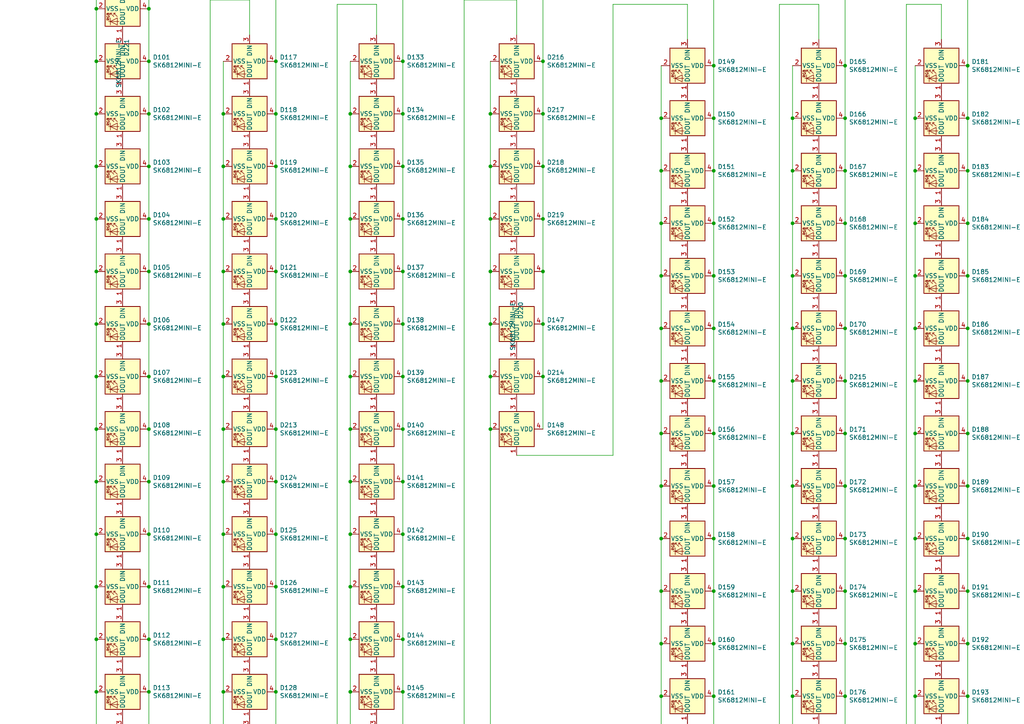
<source format=kicad_sch>
(kicad_sch (version 20211123) (generator eeschema)
  (paper "A4")
  (junction (at 229.87 34.29))
  (junction (at 101.6 124.46))
  (junction (at 303.53 156.21))
  (junction (at 265.43 156.21))
  (junction (at 101.6 285.75))
  (junction (at 43.18 63.5))
  (junction (at 280.67 64.77))
  (junction (at 43.18 170.18))
  (junction (at 265.43 247.65))
  (junction (at 80.01 124.46))
  (junction (at 101.6 185.42))
  (junction (at 318.77 64.77))
  (junction (at 64.77 170.18))
  (junction (at 318.77 95.25))
  (junction (at 80.01 -7.62))
  (junction (at 142.24 109.22))
  (junction (at 191.77 140.97))
  (junction (at 191.77 34.29))
  (junction (at 43.18 93.98))
  (junction (at 280.67 201.93))
  (junction (at 27.94 154.94))
  (junction (at 43.18 124.46))
  (junction (at 43.18 139.7))
  (junction (at 229.87 247.65))
  (junction (at 27.94 185.42))
  (junction (at 43.18 33.02))
  (junction (at 27.94 109.22))
  (junction (at 116.84 33.02))
  (junction (at 265.43 110.49))
  (junction (at 116.84 154.94))
  (junction (at 280.67 110.49))
  (junction (at 280.67 156.21))
  (junction (at 229.87 156.21))
  (junction (at 191.77 156.21))
  (junction (at 43.18 78.74))
  (junction (at 27.94 231.14))
  (junction (at 64.77 124.46))
  (junction (at 303.53 34.29))
  (junction (at 303.53 140.97))
  (junction (at 27.94 33.02))
  (junction (at 27.94 63.5))
  (junction (at 43.18 200.66))
  (junction (at 265.43 125.73))
  (junction (at 101.6 33.02))
  (junction (at 207.01 64.77))
  (junction (at 116.84 124.46))
  (junction (at 303.53 64.77))
  (junction (at 318.77 19.05))
  (junction (at 27.94 215.9))
  (junction (at 191.77 247.65))
  (junction (at 207.01 156.21))
  (junction (at 207.01 201.93))
  (junction (at 303.53 201.93))
  (junction (at 229.87 262.89))
  (junction (at 229.87 201.93))
  (junction (at 318.77 110.49))
  (junction (at 265.43 285.75))
  (junction (at 265.43 217.17))
  (junction (at 101.6 200.66))
  (junction (at 80.01 33.02))
  (junction (at 207.01 95.25))
  (junction (at 27.94 78.74))
  (junction (at 303.53 49.53))
  (junction (at 157.48 63.5))
  (junction (at 27.94 139.7))
  (junction (at 157.48 48.26))
  (junction (at 245.11 34.29))
  (junction (at 101.6 48.26))
  (junction (at 280.67 49.53))
  (junction (at 280.67 232.41))
  (junction (at 280.67 171.45))
  (junction (at 27.94 93.98))
  (junction (at 116.84 -7.62))
  (junction (at 64.77 246.38))
  (junction (at 229.87 49.53))
  (junction (at 280.67 34.29))
  (junction (at 245.11 156.21))
  (junction (at 265.43 80.01))
  (junction (at 43.18 17.78))
  (junction (at 142.24 124.46))
  (junction (at 27.94 2.54))
  (junction (at 80.01 109.22))
  (junction (at 245.11 64.77))
  (junction (at 229.87 140.97))
  (junction (at 191.77 64.77))
  (junction (at 229.87 125.73))
  (junction (at 280.67 217.17))
  (junction (at 80.01 78.74))
  (junction (at 142.24 78.74))
  (junction (at 207.01 80.01))
  (junction (at 116.84 78.74))
  (junction (at 207.01 232.41))
  (junction (at 191.77 110.49))
  (junction (at 318.77 125.73))
  (junction (at 303.53 171.45))
  (junction (at 43.18 185.42))
  (junction (at 101.6 154.94))
  (junction (at 80.01 215.9))
  (junction (at 229.87 171.45))
  (junction (at 157.48 93.98))
  (junction (at 207.01 171.45))
  (junction (at 280.67 140.97))
  (junction (at 64.77 154.94))
  (junction (at 265.43 34.29))
  (junction (at 64.77 185.42))
  (junction (at 116.84 200.66))
  (junction (at 191.77 80.01))
  (junction (at 303.53 247.65))
  (junction (at 207.01 125.73))
  (junction (at 245.11 95.25))
  (junction (at 245.11 19.05))
  (junction (at 207.01 34.29))
  (junction (at 229.87 285.75))
  (junction (at 43.18 109.22))
  (junction (at 318.77 186.69))
  (junction (at 80.01 63.5))
  (junction (at 207.01 -7.62))
  (junction (at 27.94 124.46))
  (junction (at 245.11 201.93))
  (junction (at 142.24 285.75))
  (junction (at 80.01 231.14))
  (junction (at 80.01 48.26))
  (junction (at 318.77 232.41))
  (junction (at 280.67 -7.62))
  (junction (at 303.53 80.01))
  (junction (at 64.77 261.62))
  (junction (at 245.11 -7.62))
  (junction (at 318.77 34.29))
  (junction (at 101.6 63.5))
  (junction (at 27.94 48.26))
  (junction (at 229.87 80.01))
  (junction (at 207.01 217.17))
  (junction (at 245.11 186.69))
  (junction (at 280.67 186.69))
  (junction (at 280.67 95.25))
  (junction (at 64.77 285.75))
  (junction (at 265.43 171.45))
  (junction (at 229.87 64.77))
  (junction (at 229.87 217.17))
  (junction (at 157.48 78.74))
  (junction (at 207.01 110.49))
  (junction (at 191.77 125.73))
  (junction (at 265.43 49.53))
  (junction (at 101.6 109.22))
  (junction (at 245.11 247.65))
  (junction (at 64.77 139.7))
  (junction (at 318.77 217.17))
  (junction (at 64.77 109.22))
  (junction (at 207.01 140.97))
  (junction (at 191.77 49.53))
  (junction (at 43.18 -7.62))
  (junction (at 64.77 78.74))
  (junction (at 101.6 170.18))
  (junction (at 207.01 186.69))
  (junction (at 116.84 109.22))
  (junction (at 265.43 140.97))
  (junction (at 80.01 170.18))
  (junction (at 318.77 156.21))
  (junction (at 280.67 80.01))
  (junction (at 101.6 93.98))
  (junction (at 27.94 -8.89))
  (junction (at 27.94 246.38))
  (junction (at 116.84 139.7))
  (junction (at 245.11 110.49))
  (junction (at 116.84 63.5))
  (junction (at 142.24 33.02))
  (junction (at 64.77 231.14))
  (junction (at 303.53 110.49))
  (junction (at 265.43 201.93))
  (junction (at 64.77 48.26))
  (junction (at 318.77 171.45))
  (junction (at 27.94 170.18))
  (junction (at 80.01 93.98))
  (junction (at 280.67 125.73))
  (junction (at 64.77 215.9))
  (junction (at 101.6 139.7))
  (junction (at 191.77 217.17))
  (junction (at 245.11 217.17))
  (junction (at 157.48 109.22))
  (junction (at 265.43 95.25))
  (junction (at 80.01 200.66))
  (junction (at 191.77 232.41))
  (junction (at 265.43 232.41))
  (junction (at 280.67 19.05))
  (junction (at 43.18 48.26))
  (junction (at 101.6 78.74))
  (junction (at 64.77 93.98))
  (junction (at 318.77 140.97))
  (junction (at 80.01 154.94))
  (junction (at 191.77 285.75))
  (junction (at 245.11 125.73))
  (junction (at 245.11 232.41))
  (junction (at 303.53 125.73))
  (junction (at 157.48 -7.62))
  (junction (at 64.77 63.5))
  (junction (at 116.84 93.98))
  (junction (at 191.77 186.69))
  (junction (at 43.18 215.9))
  (junction (at 318.77 80.01))
  (junction (at 142.24 63.5))
  (junction (at 64.77 33.02))
  (junction (at 229.87 95.25))
  (junction (at 318.77 201.93))
  (junction (at 142.24 48.26))
  (junction (at 64.77 200.66))
  (junction (at 245.11 49.53))
  (junction (at 191.77 201.93))
  (junction (at 142.24 93.98))
  (junction (at 80.01 139.7))
  (junction (at 191.77 95.25))
  (junction (at 303.53 217.17))
  (junction (at 116.84 170.18))
  (junction (at 27.94 200.66))
  (junction (at 229.87 110.49))
  (junction (at 80.01 17.78))
  (junction (at 80.01 185.42))
  (junction (at 116.84 48.26))
  (junction (at 116.84 185.42))
  (junction (at 43.18 2.54))
  (junction (at 27.94 17.78))
  (junction (at 229.87 232.41))
  (junction (at 245.11 171.45))
  (junction (at 157.48 33.02))
  (junction (at 43.18 231.14))
  (junction (at 245.11 140.97))
  (junction (at 101.6 215.9))
  (junction (at 207.01 49.53))
  (junction (at 157.48 17.78))
  (junction (at 191.77 171.45))
  (junction (at 303.53 186.69))
  (junction (at 80.01 246.38))
  (junction (at 229.87 186.69))
  (junction (at 116.84 17.78))
  (junction (at 265.43 64.77))
  (junction (at 303.53 232.41))
  (junction (at 207.01 19.05))
  (junction (at 245.11 80.01))
  (junction (at 303.53 95.25))
  (junction (at 43.18 154.94))
  (junction (at 54.61 -7.62))
  (junction (at 318.77 49.53))
  (junction (at 265.43 186.69))
  (no_connect (at 350.52 12.7))
  (wire (pts (xy 72.39 0) (xy 72.39 10.16)))
  (wire (pts (xy 207.01 80.01) (xy 207.01 95.25)))
  (wire (pts (xy 262.89 1.27) (xy 273.05 1.27)))
  (wire (pts (xy 303.53 95.25) (xy 303.53 80.01)))
  (wire (pts (xy 318.77 217.17) (xy 318.77 232.41)))
  (wire (pts (xy 265.43 34.29) (xy 265.43 19.05)))
  (wire (pts (xy 116.84 93.98) (xy 116.84 78.74)))
  (wire (pts (xy 64.77 246.38) (xy 64.77 261.62)))
  (wire (pts (xy 229.87 125.73) (xy 229.87 110.49)))
  (wire (pts (xy 229.87 140.97) (xy 229.87 156.21)))
  (wire (pts (xy 116.84 185.42) (xy 116.84 170.18)))
  (wire (pts (xy 109.22 1.27) (xy 97.79 1.27)))
  (wire (pts (xy 311.15 1.27) (xy 299.72 1.27)))
  (wire (pts (xy 116.84 215.9) (xy 116.84 200.66)))
  (wire (pts (xy 229.87 95.25) (xy 229.87 110.49)))
  (wire (pts (xy 229.87 80.01) (xy 229.87 64.77)))
  (wire (pts (xy 229.87 140.97) (xy 229.87 125.73)))
  (wire (pts (xy 245.11 125.73) (xy 245.11 110.49)))
  (wire (pts (xy 142.24 124.46) (xy 142.24 285.75)))
  (wire (pts (xy 265.43 125.73) (xy 265.43 110.49)))
  (wire (pts (xy 80.01 -7.62) (xy 54.61 -7.62)))
  (wire (pts (xy 142.24 93.98) (xy 142.24 109.22)))
  (wire (pts (xy 101.6 285.75) (xy 142.24 285.75)))
  (wire (pts (xy 191.77 64.77) (xy 191.77 49.53)))
  (wire (pts (xy 207.01 125.73) (xy 207.01 140.97)))
  (wire (pts (xy 27.94 -11.43) (xy 27.94 -8.89)))
  (wire (pts (xy 318.77 201.93) (xy 318.77 217.17)))
  (wire (pts (xy 191.77 186.69) (xy 191.77 171.45)))
  (wire (pts (xy 337.82 255.27) (xy 337.82 1.27)))
  (wire (pts (xy 157.48 93.98) (xy 157.48 109.22)))
  (wire (pts (xy 318.77 110.49) (xy 318.77 125.73)))
  (wire (pts (xy 280.67 -7.62) (xy 318.77 -7.62)))
  (wire (pts (xy 299.72 1.27) (xy 299.72 255.27)))
  (wire (pts (xy 337.82 1.27) (xy 350.52 1.27)))
  (wire (pts (xy 80.01 200.66) (xy 80.01 185.42)))
  (wire (pts (xy 191.77 95.25) (xy 191.77 80.01)))
  (wire (pts (xy 157.48 33.02) (xy 157.48 17.78)))
  (wire (pts (xy 245.11 34.29) (xy 245.11 19.05)))
  (wire (pts (xy 80.01 185.42) (xy 80.01 170.18)))
  (wire (pts (xy 229.87 285.75) (xy 265.43 285.75)))
  (wire (pts (xy 149.86 0) (xy 149.86 10.16)))
  (wire (pts (xy 273.05 1.27) (xy 273.05 11.43)))
  (wire (pts (xy 101.6 154.94) (xy 101.6 139.7)))
  (wire (pts (xy 80.01 78.74) (xy 80.01 63.5)))
  (wire (pts (xy 64.77 78.74) (xy 64.77 63.5)))
  (wire (pts (xy 157.48 63.5) (xy 157.48 48.26)))
  (wire (pts (xy 27.94 93.98) (xy 27.94 78.74)))
  (wire (pts (xy 229.87 95.25) (xy 229.87 80.01)))
  (wire (pts (xy 245.11 140.97) (xy 245.11 125.73)))
  (wire (pts (xy 303.53 186.69) (xy 303.53 171.45)))
  (wire (pts (xy 43.18 185.42) (xy 43.18 170.18)))
  (wire (pts (xy 280.67 125.73) (xy 280.67 140.97)))
  (wire (pts (xy 245.11 232.41) (xy 245.11 217.17)))
  (wire (pts (xy 101.6 48.26) (xy 101.6 33.02)))
  (wire (pts (xy 157.48 78.74) (xy 157.48 63.5)))
  (wire (pts (xy 27.94 215.9) (xy 27.94 200.66)))
  (wire (pts (xy 80.01 124.46) (xy 80.01 139.7)))
  (wire (pts (xy 101.6 215.9) (xy 101.6 200.66)))
  (wire (pts (xy 318.77 125.73) (xy 318.77 140.97)))
  (wire (pts (xy 207.01 201.93) (xy 207.01 186.69)))
  (wire (pts (xy 191.77 201.93) (xy 191.77 186.69)))
  (wire (pts (xy 116.84 200.66) (xy 116.84 185.42)))
  (wire (pts (xy 229.87 262.89) (xy 229.87 285.75)))
  (wire (pts (xy 191.77 247.65) (xy 191.77 285.75)))
  (wire (pts (xy 245.11 49.53) (xy 245.11 34.29)))
  (wire (pts (xy 229.87 232.41) (xy 229.87 247.65)))
  (wire (pts (xy 280.67 217.17) (xy 280.67 232.41)))
  (wire (pts (xy 265.43 201.93) (xy 265.43 186.69)))
  (wire (pts (xy 101.6 109.22) (xy 101.6 93.98)))
  (wire (pts (xy 27.94 185.42) (xy 27.94 170.18)))
  (wire (pts (xy 157.48 124.46) (xy 157.48 109.22)))
  (wire (pts (xy 80.01 124.46) (xy 80.01 109.22)))
  (wire (pts (xy 101.6 185.42) (xy 101.6 170.18)))
  (wire (pts (xy 80.01 17.78) (xy 80.01 -7.62)))
  (wire (pts (xy 27.94 109.22) (xy 27.94 93.98)))
  (wire (pts (xy 303.53 156.21) (xy 303.53 140.97)))
  (wire (pts (xy 265.43 80.01) (xy 265.43 64.77)))
  (wire (pts (xy 311.15 11.43) (xy 311.15 1.27)))
  (wire (pts (xy 109.22 223.52) (xy 134.62 223.52)))
  (wire (pts (xy 35.56 254) (xy 60.96 254)))
  (wire (pts (xy 318.77 156.21) (xy 318.77 171.45)))
  (wire (pts (xy 80.01 231.14) (xy 80.01 215.9)))
  (wire (pts (xy 64.77 48.26) (xy 64.77 33.02)))
  (wire (pts (xy 27.94 200.66) (xy 27.94 185.42)))
  (wire (pts (xy 101.6 124.46) (xy 101.6 139.7)))
  (wire (pts (xy 318.77 232.41) (xy 318.77 247.65)))
  (wire (pts (xy 265.43 156.21) (xy 265.43 140.97)))
  (wire (pts (xy 64.77 109.22) (xy 64.77 124.46)))
  (wire (pts (xy 142.24 33.02) (xy 142.24 17.78)))
  (wire (pts (xy 207.01 171.45) (xy 207.01 156.21)))
  (wire (pts (xy 207.01 49.53) (xy 207.01 64.77)))
  (wire (pts (xy 303.53 110.49) (xy 303.53 95.25)))
  (wire (pts (xy 142.24 48.26) (xy 142.24 33.02)))
  (wire (pts (xy 134.62 0) (xy 134.62 223.52)))
  (wire (pts (xy 237.49 270.51) (xy 262.89 270.51)))
  (wire (pts (xy 64.77 33.02) (xy 64.77 17.78)))
  (wire (pts (xy 237.49 11.43) (xy 237.49 1.27)))
  (wire (pts (xy 265.43 217.17) (xy 265.43 201.93)))
  (wire (pts (xy 207.01 156.21) (xy 207.01 140.97)))
  (wire (pts (xy 318.77 -7.62) (xy 318.77 19.05)))
  (wire (pts (xy 116.84 63.5) (xy 116.84 48.26)))
  (wire (pts (xy 245.11 186.69) (xy 245.11 171.45)))
  (wire (pts (xy 116.84 154.94) (xy 116.84 139.7)))
  (wire (pts (xy 64.77 200.66) (xy 64.77 185.42)))
  (wire (pts (xy 318.77 95.25) (xy 318.77 110.49)))
  (wire (pts (xy 299.72 255.27) (xy 273.05 255.27)))
  (wire (pts (xy 27.94 246.38) (xy 27.94 285.75)))
  (wire (pts (xy 303.53 247.65) (xy 303.53 232.41)))
  (wire (pts (xy 303.53 232.41) (xy 303.53 217.17)))
  (wire (pts (xy 265.43 247.65) (xy 265.43 232.41)))
  (wire (pts (xy 116.84 -7.62) (xy 116.84 17.78)))
  (wire (pts (xy 60.96 0) (xy 72.39 0)))
  (wire (pts (xy 142.24 63.5) (xy 142.24 48.26)))
  (wire (pts (xy 207.01 -7.62) (xy 245.11 -7.62)))
  (wire (pts (xy 265.43 140.97) (xy 265.43 125.73)))
  (wire (pts (xy 245.11 80.01) (xy 245.11 64.77)))
  (wire (pts (xy 64.77 246.38) (xy 64.77 231.14)))
  (wire (pts (xy 101.6 170.18) (xy 101.6 154.94)))
  (wire (pts (xy 318.77 64.77) (xy 318.77 80.01)))
  (wire (pts (xy 303.53 64.77) (xy 303.53 49.53)))
  (wire (pts (xy 64.77 231.14) (xy 64.77 215.9)))
  (wire (pts (xy 265.43 247.65) (xy 265.43 285.75)))
  (wire (pts (xy 43.18 48.26) (xy 43.18 33.02)))
  (wire (pts (xy 64.77 124.46) (xy 64.77 139.7)))
  (wire (pts (xy 157.48 48.26) (xy 157.48 33.02)))
  (wire (pts (xy 43.18 78.74) (xy 43.18 63.5)))
  (wire (pts (xy 142.24 93.98) (xy 142.24 78.74)))
  (wire (pts (xy 245.11 262.89) (xy 245.11 247.65)))
  (wire (pts (xy 245.11 217.17) (xy 245.11 201.93)))
  (wire (pts (xy 303.53 49.53) (xy 303.53 34.29)))
  (wire (pts (xy 191.77 171.45) (xy 191.77 156.21)))
  (wire (pts (xy 142.24 124.46) (xy 142.24 109.22)))
  (wire (pts (xy 207.01 217.17) (xy 207.01 201.93)))
  (wire (pts (xy 27.94 2.54) (xy 27.94 17.78)))
  (wire (pts (xy 265.43 64.77) (xy 265.43 49.53)))
  (wire (pts (xy 245.11 171.45) (xy 245.11 156.21)))
  (wire (pts (xy 80.01 93.98) (xy 80.01 78.74)))
  (wire (pts (xy 280.67 80.01) (xy 280.67 95.25)))
  (wire (pts (xy 43.18 200.66) (xy 43.18 185.42)))
  (wire (pts (xy 177.8 1.27) (xy 177.8 132.08)))
  (wire (pts (xy 80.01 139.7) (xy 80.01 154.94)))
  (wire (pts (xy 318.77 19.05) (xy 318.77 34.29)))
  (wire (pts (xy 64.77 63.5) (xy 64.77 48.26)))
  (wire (pts (xy 303.53 140.97) (xy 303.53 125.73)))
  (wire (pts (xy 17.78 -8.89) (xy 27.94 -8.89)))
  (wire (pts (xy 245.11 156.21) (xy 245.11 140.97)))
  (wire (pts (xy 245.11 64.77) (xy 245.11 49.53)))
  (wire (pts (xy 280.67 19.05) (xy 280.67 34.29)))
  (wire (pts (xy 265.43 232.41) (xy 265.43 217.17)))
  (wire (pts (xy 64.77 215.9) (xy 64.77 200.66)))
  (wire (pts (xy 229.87 201.93) (xy 229.87 217.17)))
  (wire (pts (xy 226.06 255.27) (xy 199.39 255.27)))
  (wire (pts (xy 27.94 154.94) (xy 27.94 139.7)))
  (wire (pts (xy 265.43 285.75) (xy 303.53 285.75)))
  (wire (pts (xy 229.87 186.69) (xy 229.87 201.93)))
  (wire (pts (xy 43.18 63.5) (xy 43.18 48.26)))
  (wire (pts (xy 27.94 124.46) (xy 27.94 139.7)))
  (wire (pts (xy 303.53 34.29) (xy 303.53 19.05)))
  (wire (pts (xy 43.18 231.14) (xy 43.18 215.9)))
  (wire (pts (xy 116.84 48.26) (xy 116.84 33.02)))
  (wire (pts (xy 27.94 63.5) (xy 27.94 48.26)))
  (wire (pts (xy 142.24 285.75) (xy 191.77 285.75)))
  (wire (pts (xy 54.61 -7.62) (xy 43.18 -7.62)))
  (wire (pts (xy 207.01 19.05) (xy 207.01 34.29)))
  (wire (pts (xy 280.67 49.53) (xy 280.67 64.77)))
  (wire (pts (xy 191.77 156.21) (xy 191.77 140.97)))
  (wire (pts (xy 80.01 215.9) (xy 80.01 200.66)))
  (wire (pts (xy 116.84 33.02) (xy 116.84 17.78)))
  (wire (pts (xy 101.6 63.5) (xy 101.6 48.26)))
  (wire (pts (xy 229.87 64.77) (xy 229.87 49.53)))
  (wire (pts (xy 80.01 48.26) (xy 80.01 33.02)))
  (wire (pts (xy 97.79 269.24) (xy 72.39 269.24)))
  (wire (pts (xy 101.6 124.46) (xy 101.6 109.22)))
  (wire (pts (xy 116.84 124.46) (xy 116.84 109.22)))
  (wire (pts (xy 97.79 1.27) (xy 97.79 269.24)))
  (wire (pts (xy 280.67 201.93) (xy 280.67 217.17)))
  (wire (pts (xy 280.67 64.77) (xy 280.67 80.01)))
  (wire (pts (xy 280.67 19.05) (xy 280.67 -7.62)))
  (wire (pts (xy 27.94 -8.89) (xy 27.94 2.54)))
  (wire (pts (xy 64.77 185.42) (xy 64.77 170.18)))
  (wire (pts (xy 43.18 231.14) (xy 43.18 246.38)))
  (wire (pts (xy 280.67 186.69) (xy 280.67 201.93)))
  (wire (pts (xy 303.53 171.45) (xy 303.53 156.21)))
  (wire (pts (xy 237.49 1.27) (xy 226.06 1.27)))
  (wire (pts (xy 64.77 170.18) (xy 64.77 154.94)))
  (wire (pts (xy 229.87 34.29) (xy 229.87 19.05)))
  (wire (pts (xy 265.43 171.45) (xy 265.43 156.21)))
  (wire (pts (xy 27.94 231.14) (xy 27.94 246.38)))
  (wire (pts (xy 64.77 93.98) (xy 64.77 78.74)))
  (wire (pts (xy 245.11 247.65) (xy 245.11 232.41)))
  (wire (pts (xy 318.77 34.29) (xy 318.77 49.53)))
  (wire (pts (xy 191.77 125.73) (xy 191.77 110.49)))
  (wire (pts (xy 191.77 285.75) (xy 229.87 285.75)))
  (wire (pts (xy 318.77 49.53) (xy 318.77 64.77)))
  (wire (pts (xy 157.48 -7.62) (xy 207.01 -7.62)))
  (wire (pts (xy 262.89 1.27) (xy 262.89 270.51)))
  (wire (pts (xy 43.18 124.46) (xy 43.18 109.22)))
  (wire (pts (xy 303.53 125.73) (xy 303.53 110.49)))
  (wire (pts (xy 207.01 232.41) (xy 207.01 217.17)))
  (wire (pts (xy 80.01 -7.62) (xy 116.84 -7.62)))
  (wire (pts (xy 149.86 0) (xy 134.62 0)))
  (wire (pts (xy 191.77 247.65) (xy 191.77 232.41)))
  (wire (pts (xy 43.18 170.18) (xy 43.18 154.94)))
  (wire (pts (xy 101.6 215.9) (xy 101.6 285.75)))
  (wire (pts (xy 280.67 95.25) (xy 280.67 110.49)))
  (wire (pts (xy 265.43 186.69) (xy 265.43 171.45)))
  (wire (pts (xy 229.87 247.65) (xy 229.87 262.89)))
  (wire (pts (xy 43.18 215.9) (xy 43.18 200.66)))
  (wire (pts (xy 318.77 171.45) (xy 318.77 186.69)))
  (wire (pts (xy 80.01 246.38) (xy 80.01 231.14)))
  (wire (pts (xy 116.84 78.74) (xy 116.84 63.5)))
  (wire (pts (xy 245.11 95.25) (xy 245.11 80.01)))
  (wire (pts (xy 226.06 1.27) (xy 226.06 255.27)))
  (wire (pts (xy 142.24 78.74) (xy 142.24 63.5)))
  (wire (pts (xy 280.67 110.49) (xy 280.67 125.73)))
  (wire (pts (xy 116.84 124.46) (xy 116.84 139.7)))
  (wire (pts (xy 245.11 -7.62) (xy 280.67 -7.62)))
  (wire (pts (xy 116.84 109.22) (xy 116.84 93.98)))
  (wire (pts (xy 191.77 34.29) (xy 191.77 19.05)))
  (wire (pts (xy 157.48 -7.62) (xy 157.48 17.78)))
  (wire (pts (xy 280.67 34.29) (xy 280.67 49.53)))
  (wire (pts (xy 311.15 255.27) (xy 337.82 255.27)))
  (wire (pts (xy 27.94 124.46) (xy 27.94 109.22)))
  (wire (pts (xy 207.01 64.77) (xy 207.01 80.01)))
  (wire (pts (xy 64.77 154.94) (xy 64.77 139.7)))
  (wire (pts (xy 109.22 1.27) (xy 109.22 10.16)))
  (wire (pts (xy 116.84 170.18) (xy 116.84 154.94)))
  (wire (pts (xy 207.01 -7.62) (xy 207.01 19.05)))
  (wire (pts (xy 177.8 1.27) (xy 199.39 1.27)))
  (wire (pts (xy 280.67 171.45) (xy 280.67 186.69)))
  (wire (pts (xy 191.77 80.01) (xy 191.77 64.77)))
  (wire (pts (xy 191.77 125.73) (xy 191.77 140.97)))
  (wire (pts (xy 157.48 93.98) (xy 157.48 78.74)))
  (wire (pts (xy 318.77 186.69) (xy 318.77 201.93)))
  (wire (pts (xy 265.43 110.49) (xy 265.43 95.25)))
  (wire (pts (xy 280.67 232.41) (xy 280.67 247.65)))
  (wire (pts (xy 27.94 33.02) (xy 27.94 17.78)))
  (wire (pts (xy 64.77 261.62) (xy 64.77 285.75)))
  (wire (pts (xy 27.94 48.26) (xy 27.94 33.02)))
  (wire (pts (xy 245.11 201.93) (xy 245.11 186.69)))
  (wire (pts (xy 245.11 95.25) (xy 245.11 110.49)))
  (wire (pts (xy 43.18 -7.62) (xy 43.18 2.54)))
  (wire (pts (xy 27.94 285.75) (xy 64.77 285.75)))
  (wire (pts (xy 27.94 78.74) (xy 27.94 63.5)))
  (wire (pts (xy 229.87 49.53) (xy 229.87 34.29)))
  (wire (pts (xy 199.39 1.27) (xy 199.39 11.43)))
  (wire (pts (xy 280.67 140.97) (xy 280.67 156.21)))
  (wire (pts (xy 207.01 34.29) (xy 207.01 49.53)))
  (wire (pts (xy 207.01 186.69) (xy 207.01 171.45)))
  (wire (pts (xy 80.01 261.62) (xy 80.01 246.38)))
  (wire (pts (xy 80.01 63.5) (xy 80.01 48.26)))
  (wire (pts (xy 303.53 217.17) (xy 303.53 201.93)))
  (wire (pts (xy 101.6 93.98) (xy 101.6 78.74)))
  (wire (pts (xy 303.53 285.75) (xy 303.53 247.65)))
  (wire (pts (xy 60.96 0) (xy 60.96 254)))
  (wire (pts (xy 101.6 33.02) (xy 101.6 17.78)))
  (wire (pts (xy 27.94 231.14) (xy 27.94 215.9)))
  (wire (pts (xy 303.53 80.01) (xy 303.53 64.77)))
  (wire (pts (xy 43.18 33.02) (xy 43.18 17.78)))
  (wire (pts (xy 101.6 78.74) (xy 101.6 63.5)))
  (wire (pts (xy 43.18 154.94) (xy 43.18 139.7)))
  (wire (pts (xy 64.77 285.75) (xy 101.6 285.75)))
  (wire (pts (xy 303.53 201.93) (xy 303.53 186.69)))
  (wire (pts (xy 318.77 140.97) (xy 318.77 156.21)))
  (wire (pts (xy 43.18 124.46) (xy 43.18 139.7)))
  (wire (pts (xy 350.52 1.27) (xy 350.52 12.7)))
  (wire (pts (xy 80.01 109.22) (xy 80.01 93.98)))
  (wire (pts (xy 207.01 95.25) (xy 207.01 110.49)))
  (wire (pts (xy 101.6 200.66) (xy 101.6 185.42)))
  (wire (pts (xy 43.18 2.54) (xy 43.18 17.78)))
  (wire (pts (xy 229.87 171.45) (xy 229.87 186.69)))
  (wire (pts (xy 116.84 -7.62) (xy 157.48 -7.62)))
  (wire (pts (xy 265.43 49.53) (xy 265.43 34.29)))
  (wire (pts (xy 149.86 132.08) (xy 177.8 132.08)))
  (wire (pts (xy 43.18 -11.43) (xy 43.18 -7.62)))
  (wire (pts (xy 43.18 109.22) (xy 43.18 93.98)))
  (wire (pts (xy 207.01 247.65) (xy 207.01 232.41)))
  (wire (pts (xy 229.87 217.17) (xy 229.87 232.41)))
  (wire (pts (xy 191.77 49.53) (xy 191.77 34.29)))
  (wire (pts (xy 43.18 93.98) (xy 43.18 78.74)))
  (wire (pts (xy 280.67 156.21) (xy 280.67 171.45)))
  (wire (pts (xy 245.11 19.05) (xy 245.11 -7.62)))
  (wire (pts (xy 265.43 95.25) (xy 265.43 80.01)))
  (wire (pts (xy 191.77 217.17) (xy 191.77 201.93)))
  (wire (pts (xy 27.94 170.18) (xy 27.94 154.94)))
  (wire (pts (xy 191.77 232.41) (xy 191.77 217.17)))
  (wire (pts (xy 80.01 170.18) (xy 80.01 154.94)))
  (wire (pts (xy 207.01 110.49) (xy 207.01 125.73)))
  (wire (pts (xy 191.77 110.49) (xy 191.77 95.25)))
  (wire (pts (xy 318.77 80.01) (xy 318.77 95.25)))
  (wire (pts (xy 80.01 33.02) (xy 80.01 17.78)))
  (wire (pts (xy 64.77 109.22) (xy 64.77 93.98)))
  (wire (pts (xy 229.87 156.21) (xy 229.87 171.45)))
  (hierarchical_label "NeoPixel_VDD" (shape input) (at 43.18 -11.43 90))
  (hierarchical_label "NeoPixel" (shape input) (at 35.56 -5.08 90))
  (hierarchical_label "NeoPixel_VSS" (shape input) (at 27.94 -11.43 90))
  (symbol (lib_id "SK6812MINI-E:SK6812MINI-E") (at 35.56 2.54 270) (unit 1)
    (property "Reference" "D221" (at 36.7284 11.2776 0) (effects (justify left)))
    (property "Value" "SK6812MINI-E" (at 34.417 11.2776 0) (effects (justify left)))
    (property "Footprint" "lib:SK6812MINI-E_NoSilk-dril" (effects hide))
    (property "Datasheet" "https://cdn-shop.adafruit.com/product-files/2686/SK6812MINI_REV.01-1-2.pdf" (effects hide))
  )
  (symbol (lib_id "SK6812MINI-E:SK6812MINI-E") (at 149.86 17.78 270) (unit 1)
    (property "Reference" "D216" (at 158.5976 16.6116 90) (effects (justify left)))
    (property "Value" "SK6812MINI-E" (at 158.5976 18.923 90) (effects (justify left)))
    (property "Footprint" "lib:SK6812MINI-E_NoSilk-dril" (effects hide))
    (property "Datasheet" "https://cdn-shop.adafruit.com/product-files/2686/SK6812MINI_REV.01-1-2.pdf" (effects hide))
  )
  (symbol (lib_id "SK6812MINI-E:SK6812MINI-E") (at 149.86 33.02 270) (unit 1)
    (property "Reference" "D217" (at 158.5976 31.8516 90) (effects (justify left)))
    (property "Value" "SK6812MINI-E" (at 158.5976 34.163 90) (effects (justify left)))
    (property "Footprint" "lib:SK6812MINI-E_NoSilk-dril" (effects hide))
    (property "Datasheet" "https://cdn-shop.adafruit.com/product-files/2686/SK6812MINI_REV.01-1-2.pdf" (effects hide))
  )
  (symbol (lib_id "SK6812MINI-E:SK6812MINI-E") (at 149.86 48.26 270) (unit 1)
    (property "Reference" "D218" (at 158.5976 47.0916 90) (effects (justify left)))
    (property "Value" "SK6812MINI-E" (at 158.5976 49.403 90) (effects (justify left)))
    (property "Footprint" "lib:SK6812MINI-E_NoSilk-dril" (effects hide))
    (property "Datasheet" "https://cdn-shop.adafruit.com/product-files/2686/SK6812MINI_REV.01-1-2.pdf" (effects hide))
  )
  (symbol (lib_id "SK6812MINI-E:SK6812MINI-E") (at 149.86 63.5 270) (unit 1)
    (property "Reference" "D219" (at 158.5976 62.3316 90) (effects (justify left)))
    (property "Value" "SK6812MINI-E" (at 158.5976 64.643 90) (effects (justify left)))
    (property "Footprint" "lib:SK6812MINI-E_NoSilk-dril" (effects hide))
    (property "Datasheet" "https://cdn-shop.adafruit.com/product-files/2686/SK6812MINI_REV.01-1-2.pdf" (effects hide))
  )
  (symbol (lib_id "SK6812MINI-E:SK6812MINI-E") (at 149.86 78.74 270) (unit 1)
    (property "Reference" "D220" (at 151.0284 87.4776 0) (effects (justify left)))
    (property "Value" "SK6812MINI-E" (at 148.717 87.4776 0) (effects (justify left)))
    (property "Footprint" "lib:SK6812MINI-E_NoSilk-dril" (effects hide))
    (property "Datasheet" "https://cdn-shop.adafruit.com/product-files/2686/SK6812MINI_REV.01-1-2.pdf" (effects hide))
  )
  (symbol (lib_id "SK6812MINI-E:SK6812MINI-E") (at 273.05 186.69 270)
    (property "Reference" "D192" (at 281.7876 185.5216 90) (effects (justify left)))
    (property "Value" "SK6812MINI-E" (at 281.7876 187.833 90) (effects (justify left)))
    (property "Footprint" "lib:SK6812MINI-E_NoSilk-dril" (effects hide))
    (property "Datasheet" "https://cdn-shop.adafruit.com/product-files/2686/SK6812MINI_REV.01-1-2.pdf" (effects hide))
  )
  (symbol (lib_id "SK6812MINI-E:SK6812MINI-E") (at 273.05 171.45 270)
    (property "Reference" "D191" (at 281.7876 170.2816 90) (effects (justify left)))
    (property "Value" "SK6812MINI-E" (at 281.7876 172.593 90) (effects (justify left)))
    (property "Footprint" "lib:SK6812MINI-E_NoSilk-dril" (effects hide))
    (property "Datasheet" "https://cdn-shop.adafruit.com/product-files/2686/SK6812MINI_REV.01-1-2.pdf" (effects hide))
  )
  (symbol (lib_id "SK6812MINI-E:SK6812MINI-E") (at 273.05 156.21 270)
    (property "Reference" "D190" (at 281.7876 155.0416 90) (effects (justify left)))
    (property "Value" "SK6812MINI-E" (at 281.7876 157.353 90) (effects (justify left)))
    (property "Footprint" "lib:SK6812MINI-E_NoSilk-dril" (effects hide))
    (property "Datasheet" "https://cdn-shop.adafruit.com/product-files/2686/SK6812MINI_REV.01-1-2.pdf" (effects hide))
  )
  (symbol (lib_id "SK6812MINI-E:SK6812MINI-E") (at 273.05 140.97 270)
    (property "Reference" "D189" (at 281.7876 139.8016 90) (effects (justify left)))
    (property "Value" "SK6812MINI-E" (at 281.7876 142.113 90) (effects (justify left)))
    (property "Footprint" "lib:SK6812MINI-E_NoSilk-dril" (effects hide))
    (property "Datasheet" "https://cdn-shop.adafruit.com/product-files/2686/SK6812MINI_REV.01-1-2.pdf" (effects hide))
  )
  (symbol (lib_id "SK6812MINI-E:SK6812MINI-E") (at 273.05 64.77 270)
    (property "Reference" "D184" (at 281.7876 63.6016 90) (effects (justify left)))
    (property "Value" "SK6812MINI-E" (at 281.7876 65.913 90) (effects (justify left)))
    (property "Footprint" "lib:SK6812MINI-E_NoSilk-dril" (effects hide))
    (property "Datasheet" "https://cdn-shop.adafruit.com/product-files/2686/SK6812MINI_REV.01-1-2.pdf" (effects hide))
  )
  (symbol (lib_id "SK6812MINI-E:SK6812MINI-E") (at 273.05 49.53 270)
    (property "Reference" "D183" (at 281.7876 48.3616 90) (effects (justify left)))
    (property "Value" "SK6812MINI-E" (at 281.7876 50.673 90) (effects (justify left)))
    (property "Footprint" "lib:SK6812MINI-E_NoSilk-dril" (effects hide))
    (property "Datasheet" "https://cdn-shop.adafruit.com/product-files/2686/SK6812MINI_REV.01-1-2.pdf" (effects hide))
  )
  (symbol (lib_id "SK6812MINI-E:SK6812MINI-E") (at 273.05 34.29 270)
    (property "Reference" "D182" (at 281.7876 33.1216 90) (effects (justify left)))
    (property "Value" "SK6812MINI-E" (at 281.7876 35.433 90) (effects (justify left)))
    (property "Footprint" "lib:SK6812MINI-E_NoSilk-dril" (effects hide))
    (property "Datasheet" "https://cdn-shop.adafruit.com/product-files/2686/SK6812MINI_REV.01-1-2.pdf" (effects hide))
  )
  (symbol (lib_id "SK6812MINI-E:SK6812MINI-E") (at 273.05 19.05 270)
    (property "Reference" "D181" (at 281.7876 17.8816 90) (effects (justify left)))
    (property "Value" "SK6812MINI-E" (at 281.7876 20.193 90) (effects (justify left)))
    (property "Footprint" "lib:SK6812MINI-E_NoSilk-dril" (effects hide))
    (property "Datasheet" "https://cdn-shop.adafruit.com/product-files/2686/SK6812MINI_REV.01-1-2.pdf" (effects hide))
  )
  (symbol (lib_id "SK6812MINI-E:SK6812MINI-E") (at 273.05 125.73 270)
    (property "Reference" "D188" (at 281.7876 124.5616 90) (effects (justify left)))
    (property "Value" "SK6812MINI-E" (at 281.7876 126.873 90) (effects (justify left)))
    (property "Footprint" "lib:SK6812MINI-E_NoSilk-dril" (effects hide))
    (property "Datasheet" "https://cdn-shop.adafruit.com/product-files/2686/SK6812MINI_REV.01-1-2.pdf" (effects hide))
  )
  (symbol (lib_id "SK6812MINI-E:SK6812MINI-E") (at 273.05 110.49 270)
    (property "Reference" "D187" (at 281.7876 109.3216 90) (effects (justify left)))
    (property "Value" "SK6812MINI-E" (at 281.7876 111.633 90) (effects (justify left)))
    (property "Footprint" "lib:SK6812MINI-E_NoSilk-dril" (effects hide))
    (property "Datasheet" "https://cdn-shop.adafruit.com/product-files/2686/SK6812MINI_REV.01-1-2.pdf" (effects hide))
  )
  (symbol (lib_id "SK6812MINI-E:SK6812MINI-E") (at 273.05 95.25 270)
    (property "Reference" "D186" (at 281.7876 94.0816 90) (effects (justify left)))
    (property "Value" "SK6812MINI-E" (at 281.7876 96.393 90) (effects (justify left)))
    (property "Footprint" "lib:SK6812MINI-E_NoSilk-dril" (effects hide))
    (property "Datasheet" "https://cdn-shop.adafruit.com/product-files/2686/SK6812MINI_REV.01-1-2.pdf" (effects hide))
  )
  (symbol (lib_id "SK6812MINI-E:SK6812MINI-E") (at 273.05 80.01 270)
    (property "Reference" "D185" (at 281.7876 78.8416 90) (effects (justify left)))
    (property "Value" "SK6812MINI-E" (at 281.7876 81.153 90) (effects (justify left)))
    (property "Footprint" "lib:SK6812MINI-E_NoSilk-dril" (effects hide))
    (property "Datasheet" "https://cdn-shop.adafruit.com/product-files/2686/SK6812MINI_REV.01-1-2.pdf" (effects hide))
  )
  (symbol (lib_id "SK6812MINI-E:SK6812MINI-E") (at 237.49 201.93 270)
    (property "Reference" "D176" (at 246.2276 200.7616 90) (effects (justify left)))
    (property "Value" "SK6812MINI-E" (at 246.2276 203.073 90) (effects (justify left)))
    (property "Footprint" "lib:SK6812MINI-E_NoSilk-dril" (effects hide))
    (property "Datasheet" "https://cdn-shop.adafruit.com/product-files/2686/SK6812MINI_REV.01-1-2.pdf" (effects hide))
  )
  (symbol (lib_id "SK6812MINI-E:SK6812MINI-E") (at 237.49 186.69 270)
    (property "Reference" "D175" (at 246.2276 185.5216 90) (effects (justify left)))
    (property "Value" "SK6812MINI-E" (at 246.2276 187.833 90) (effects (justify left)))
    (property "Footprint" "lib:SK6812MINI-E_NoSilk-dril" (effects hide))
    (property "Datasheet" "https://cdn-shop.adafruit.com/product-files/2686/SK6812MINI_REV.01-1-2.pdf" (effects hide))
  )
  (symbol (lib_id "SK6812MINI-E:SK6812MINI-E") (at 237.49 171.45 270)
    (property "Reference" "D174" (at 246.2276 170.2816 90) (effects (justify left)))
    (property "Value" "SK6812MINI-E" (at 246.2276 172.593 90) (effects (justify left)))
    (property "Footprint" "lib:SK6812MINI-E_NoSilk-dril" (effects hide))
    (property "Datasheet" "https://cdn-shop.adafruit.com/product-files/2686/SK6812MINI_REV.01-1-2.pdf" (effects hide))
  )
  (symbol (lib_id "SK6812MINI-E:SK6812MINI-E") (at 237.49 156.21 270)
    (property "Reference" "D173" (at 246.2276 155.0416 90) (effects (justify left)))
    (property "Value" "SK6812MINI-E" (at 246.2276 157.353 90) (effects (justify left)))
    (property "Footprint" "lib:SK6812MINI-E_NoSilk-dril" (effects hide))
    (property "Datasheet" "https://cdn-shop.adafruit.com/product-files/2686/SK6812MINI_REV.01-1-2.pdf" (effects hide))
  )
  (symbol (lib_id "SK6812MINI-E:SK6812MINI-E") (at 237.49 262.89 270)
    (property "Reference" "D180" (at 246.2276 261.7216 90) (effects (justify left)))
    (property "Value" "SK6812MINI-E" (at 246.2276 264.033 90) (effects (justify left)))
    (property "Footprint" "lib:SK6812MINI-E_NoSilk-dril" (effects hide))
    (property "Datasheet" "https://cdn-shop.adafruit.com/product-files/2686/SK6812MINI_REV.01-1-2.pdf" (effects hide))
  )
  (symbol (lib_id "SK6812MINI-E:SK6812MINI-E") (at 237.49 247.65 270)
    (property "Reference" "D179" (at 246.2276 246.4816 90) (effects (justify left)))
    (property "Value" "SK6812MINI-E" (at 246.2276 248.793 90) (effects (justify left)))
    (property "Footprint" "lib:SK6812MINI-E_NoSilk-dril" (effects hide))
    (property "Datasheet" "https://cdn-shop.adafruit.com/product-files/2686/SK6812MINI_REV.01-1-2.pdf" (effects hide))
  )
  (symbol (lib_id "SK6812MINI-E:SK6812MINI-E") (at 237.49 232.41 270)
    (property "Reference" "D178" (at 246.2276 231.2416 90) (effects (justify left)))
    (property "Value" "SK6812MINI-E" (at 246.2276 233.553 90) (effects (justify left)))
    (property "Footprint" "lib:SK6812MINI-E_NoSilk-dril" (effects hide))
    (property "Datasheet" "https://cdn-shop.adafruit.com/product-files/2686/SK6812MINI_REV.01-1-2.pdf" (effects hide))
  )
  (symbol (lib_id "SK6812MINI-E:SK6812MINI-E") (at 237.49 217.17 270)
    (property "Reference" "D177" (at 246.2276 216.0016 90) (effects (justify left)))
    (property "Value" "SK6812MINI-E" (at 246.2276 218.313 90) (effects (justify left)))
    (property "Footprint" "lib:SK6812MINI-E_NoSilk-dril" (effects hide))
    (property "Datasheet" "https://cdn-shop.adafruit.com/product-files/2686/SK6812MINI_REV.01-1-2.pdf" (effects hide))
  )
  (symbol (lib_id "SK6812MINI-E:SK6812MINI-E") (at 237.49 64.77 270)
    (property "Reference" "D168" (at 246.2276 63.6016 90) (effects (justify left)))
    (property "Value" "SK6812MINI-E" (at 246.2276 65.913 90) (effects (justify left)))
    (property "Footprint" "lib:SK6812MINI-E_NoSilk-dril" (effects hide))
    (property "Datasheet" "https://cdn-shop.adafruit.com/product-files/2686/SK6812MINI_REV.01-1-2.pdf" (effects hide))
  )
  (symbol (lib_id "SK6812MINI-E:SK6812MINI-E") (at 237.49 49.53 270)
    (property "Reference" "D167" (at 246.2276 48.3616 90) (effects (justify left)))
    (property "Value" "SK6812MINI-E" (at 246.2276 50.673 90) (effects (justify left)))
    (property "Footprint" "lib:SK6812MINI-E_NoSilk-dril" (effects hide))
    (property "Datasheet" "https://cdn-shop.adafruit.com/product-files/2686/SK6812MINI_REV.01-1-2.pdf" (effects hide))
  )
  (symbol (lib_id "SK6812MINI-E:SK6812MINI-E") (at 237.49 34.29 270)
    (property "Reference" "D166" (at 246.2276 33.1216 90) (effects (justify left)))
    (property "Value" "SK6812MINI-E" (at 246.2276 35.433 90) (effects (justify left)))
    (property "Footprint" "lib:SK6812MINI-E_NoSilk-dril" (effects hide))
    (property "Datasheet" "https://cdn-shop.adafruit.com/product-files/2686/SK6812MINI_REV.01-1-2.pdf" (effects hide))
  )
  (symbol (lib_id "SK6812MINI-E:SK6812MINI-E") (at 237.49 19.05 270)
    (property "Reference" "D165" (at 246.2276 17.8816 90) (effects (justify left)))
    (property "Value" "SK6812MINI-E" (at 246.2276 20.193 90) (effects (justify left)))
    (property "Footprint" "lib:SK6812MINI-E_NoSilk-dril" (effects hide))
    (property "Datasheet" "https://cdn-shop.adafruit.com/product-files/2686/SK6812MINI_REV.01-1-2.pdf" (effects hide))
  )
  (symbol (lib_id "SK6812MINI-E:SK6812MINI-E") (at 237.49 140.97 270)
    (property "Reference" "D172" (at 246.2276 139.8016 90) (effects (justify left)))
    (property "Value" "SK6812MINI-E" (at 246.2276 142.113 90) (effects (justify left)))
    (property "Footprint" "lib:SK6812MINI-E_NoSilk-dril" (effects hide))
    (property "Datasheet" "https://cdn-shop.adafruit.com/product-files/2686/SK6812MINI_REV.01-1-2.pdf" (effects hide))
  )
  (symbol (lib_id "SK6812MINI-E:SK6812MINI-E") (at 237.49 125.73 270)
    (property "Reference" "D171" (at 246.2276 124.5616 90) (effects (justify left)))
    (property "Value" "SK6812MINI-E" (at 246.2276 126.873 90) (effects (justify left)))
    (property "Footprint" "lib:SK6812MINI-E_NoSilk-dril" (effects hide))
    (property "Datasheet" "https://cdn-shop.adafruit.com/product-files/2686/SK6812MINI_REV.01-1-2.pdf" (effects hide))
  )
  (symbol (lib_id "SK6812MINI-E:SK6812MINI-E") (at 237.49 95.25 270)
    (property "Reference" "D170" (at 246.2276 94.0816 90) (effects (justify left)))
    (property "Value" "SK6812MINI-E" (at 246.2276 96.393 90) (effects (justify left)))
    (property "Footprint" "lib:SK6812MINI-E_NoSilk-dril" (effects hide))
    (property "Datasheet" "https://cdn-shop.adafruit.com/product-files/2686/SK6812MINI_REV.01-1-2.pdf" (effects hide))
  )
  (symbol (lib_id "SK6812MINI-E:SK6812MINI-E") (at 237.49 80.01 270)
    (property "Reference" "D169" (at 246.2276 78.8416 90) (effects (justify left)))
    (property "Value" "SK6812MINI-E" (at 246.2276 81.153 90) (effects (justify left)))
    (property "Footprint" "lib:SK6812MINI-E_NoSilk-dril" (effects hide))
    (property "Datasheet" "https://cdn-shop.adafruit.com/product-files/2686/SK6812MINI_REV.01-1-2.pdf" (effects hide))
  )
  (symbol (lib_id "SK6812MINI-E:SK6812MINI-E") (at 199.39 186.69 270)
    (property "Reference" "D160" (at 208.1276 185.5216 90) (effects (justify left)))
    (property "Value" "SK6812MINI-E" (at 208.1276 187.833 90) (effects (justify left)))
    (property "Footprint" "lib:SK6812MINI-E_NoSilk-dril" (effects hide))
    (property "Datasheet" "https://cdn-shop.adafruit.com/product-files/2686/SK6812MINI_REV.01-1-2.pdf" (effects hide))
  )
  (symbol (lib_id "SK6812MINI-E:SK6812MINI-E") (at 199.39 171.45 270)
    (property "Reference" "D159" (at 208.1276 170.2816 90) (effects (justify left)))
    (property "Value" "SK6812MINI-E" (at 208.1276 172.593 90) (effects (justify left)))
    (property "Footprint" "lib:SK6812MINI-E_NoSilk-dril" (effects hide))
    (property "Datasheet" "https://cdn-shop.adafruit.com/product-files/2686/SK6812MINI_REV.01-1-2.pdf" (effects hide))
  )
  (symbol (lib_id "SK6812MINI-E:SK6812MINI-E") (at 199.39 156.21 270)
    (property "Reference" "D158" (at 208.1276 155.0416 90) (effects (justify left)))
    (property "Value" "SK6812MINI-E" (at 208.1276 157.353 90) (effects (justify left)))
    (property "Footprint" "lib:SK6812MINI-E_NoSilk-dril" (effects hide))
    (property "Datasheet" "https://cdn-shop.adafruit.com/product-files/2686/SK6812MINI_REV.01-1-2.pdf" (effects hide))
  )
  (symbol (lib_id "SK6812MINI-E:SK6812MINI-E") (at 199.39 140.97 270)
    (property "Reference" "D157" (at 208.1276 139.8016 90) (effects (justify left)))
    (property "Value" "SK6812MINI-E" (at 208.1276 142.113 90) (effects (justify left)))
    (property "Footprint" "lib:SK6812MINI-E_NoSilk-dril" (effects hide))
    (property "Datasheet" "https://cdn-shop.adafruit.com/product-files/2686/SK6812MINI_REV.01-1-2.pdf" (effects hide))
  )
  (symbol (lib_id "SK6812MINI-E:SK6812MINI-E") (at 199.39 247.65 270)
    (property "Reference" "D164" (at 208.1276 246.4816 90) (effects (justify left)))
    (property "Value" "SK6812MINI-E" (at 208.1276 248.793 90) (effects (justify left)))
    (property "Footprint" "lib:SK6812MINI-E_NoSilk-dril" (effects hide))
    (property "Datasheet" "https://cdn-shop.adafruit.com/product-files/2686/SK6812MINI_REV.01-1-2.pdf" (effects hide))
  )
  (symbol (lib_id "SK6812MINI-E:SK6812MINI-E") (at 199.39 232.41 270)
    (property "Reference" "D163" (at 208.1276 231.2416 90) (effects (justify left)))
    (property "Value" "SK6812MINI-E" (at 208.1276 233.553 90) (effects (justify left)))
    (property "Footprint" "lib:SK6812MINI-E_NoSilk-dril" (effects hide))
    (property "Datasheet" "https://cdn-shop.adafruit.com/product-files/2686/SK6812MINI_REV.01-1-2.pdf" (effects hide))
  )
  (symbol (lib_id "SK6812MINI-E:SK6812MINI-E") (at 199.39 217.17 270)
    (property "Reference" "D162" (at 208.1276 216.0016 90) (effects (justify left)))
    (property "Value" "SK6812MINI-E" (at 208.1276 218.313 90) (effects (justify left)))
    (property "Footprint" "lib:SK6812MINI-E_NoSilk-dril" (effects hide))
    (property "Datasheet" "https://cdn-shop.adafruit.com/product-files/2686/SK6812MINI_REV.01-1-2.pdf" (effects hide))
  )
  (symbol (lib_id "SK6812MINI-E:SK6812MINI-E") (at 199.39 201.93 270)
    (property "Reference" "D161" (at 208.1276 200.7616 90) (effects (justify left)))
    (property "Value" "SK6812MINI-E" (at 208.1276 203.073 90) (effects (justify left)))
    (property "Footprint" "lib:SK6812MINI-E_NoSilk-dril" (effects hide))
    (property "Datasheet" "https://cdn-shop.adafruit.com/product-files/2686/SK6812MINI_REV.01-1-2.pdf" (effects hide))
  )
  (symbol (lib_id "SK6812MINI-E:SK6812MINI-E") (at 199.39 64.77 270)
    (property "Reference" "D152" (at 208.1276 63.6016 90) (effects (justify left)))
    (property "Value" "SK6812MINI-E" (at 208.1276 65.913 90) (effects (justify left)))
    (property "Footprint" "lib:SK6812MINI-E_NoSilk-dril" (effects hide))
    (property "Datasheet" "https://cdn-shop.adafruit.com/product-files/2686/SK6812MINI_REV.01-1-2.pdf" (effects hide))
  )
  (symbol (lib_id "SK6812MINI-E:SK6812MINI-E") (at 199.39 49.53 270)
    (property "Reference" "D151" (at 208.1276 48.3616 90) (effects (justify left)))
    (property "Value" "SK6812MINI-E" (at 208.1276 50.673 90) (effects (justify left)))
    (property "Footprint" "lib:SK6812MINI-E_NoSilk-dril" (effects hide))
    (property "Datasheet" "https://cdn-shop.adafruit.com/product-files/2686/SK6812MINI_REV.01-1-2.pdf" (effects hide))
  )
  (symbol (lib_id "SK6812MINI-E:SK6812MINI-E") (at 199.39 34.29 270)
    (property "Reference" "D150" (at 208.1276 33.1216 90) (effects (justify left)))
    (property "Value" "SK6812MINI-E" (at 208.1276 35.433 90) (effects (justify left)))
    (property "Footprint" "lib:SK6812MINI-E_NoSilk-dril" (effects hide))
    (property "Datasheet" "https://cdn-shop.adafruit.com/product-files/2686/SK6812MINI_REV.01-1-2.pdf" (effects hide))
  )
  (symbol (lib_id "SK6812MINI-E:SK6812MINI-E") (at 199.39 19.05 270)
    (property "Reference" "D149" (at 208.1276 17.8816 90) (effects (justify left)))
    (property "Value" "SK6812MINI-E" (at 208.1276 20.193 90) (effects (justify left)))
    (property "Footprint" "lib:SK6812MINI-E_NoSilk-dril" (effects hide))
    (property "Datasheet" "https://cdn-shop.adafruit.com/product-files/2686/SK6812MINI_REV.01-1-2.pdf" (effects hide))
  )
  (symbol (lib_id "SK6812MINI-E:SK6812MINI-E") (at 199.39 125.73 270)
    (property "Reference" "D156" (at 208.1276 124.5616 90) (effects (justify left)))
    (property "Value" "SK6812MINI-E" (at 208.1276 126.873 90) (effects (justify left)))
    (property "Footprint" "lib:SK6812MINI-E_NoSilk-dril" (effects hide))
    (property "Datasheet" "https://cdn-shop.adafruit.com/product-files/2686/SK6812MINI_REV.01-1-2.pdf" (effects hide))
  )
  (symbol (lib_id "SK6812MINI-E:SK6812MINI-E") (at 199.39 110.49 270)
    (property "Reference" "D155" (at 208.1276 109.3216 90) (effects (justify left)))
    (property "Value" "SK6812MINI-E" (at 208.1276 111.633 90) (effects (justify left)))
    (property "Footprint" "lib:SK6812MINI-E_NoSilk-dril" (effects hide))
    (property "Datasheet" "https://cdn-shop.adafruit.com/product-files/2686/SK6812MINI_REV.01-1-2.pdf" (effects hide))
  )
  (symbol (lib_id "SK6812MINI-E:SK6812MINI-E") (at 199.39 95.25 270)
    (property "Reference" "D154" (at 208.1276 94.0816 90) (effects (justify left)))
    (property "Value" "SK6812MINI-E" (at 208.1276 96.393 90) (effects (justify left)))
    (property "Footprint" "lib:SK6812MINI-E_NoSilk-dril" (effects hide))
    (property "Datasheet" "https://cdn-shop.adafruit.com/product-files/2686/SK6812MINI_REV.01-1-2.pdf" (effects hide))
  )
  (symbol (lib_id "SK6812MINI-E:SK6812MINI-E") (at 199.39 80.01 270)
    (property "Reference" "D153" (at 208.1276 78.8416 90) (effects (justify left)))
    (property "Value" "SK6812MINI-E" (at 208.1276 81.153 90) (effects (justify left)))
    (property "Footprint" "lib:SK6812MINI-E_NoSilk-dril" (effects hide))
    (property "Datasheet" "https://cdn-shop.adafruit.com/product-files/2686/SK6812MINI_REV.01-1-2.pdf" (effects hide))
  )
  (symbol (lib_id "SK6812MINI-E:SK6812MINI-E") (at 109.22 185.42 270)
    (property "Reference" "D144" (at 117.9576 184.2516 90) (effects (justify left)))
    (property "Value" "SK6812MINI-E" (at 117.9576 186.563 90) (effects (justify left)))
    (property "Footprint" "lib:SK6812MINI-E_NoSilk-dril" (effects hide))
    (property "Datasheet" "https://cdn-shop.adafruit.com/product-files/2686/SK6812MINI_REV.01-1-2.pdf" (effects hide))
  )
  (symbol (lib_id "SK6812MINI-E:SK6812MINI-E") (at 109.22 170.18 270)
    (property "Reference" "D143" (at 117.9576 169.0116 90) (effects (justify left)))
    (property "Value" "SK6812MINI-E" (at 117.9576 171.323 90) (effects (justify left)))
    (property "Footprint" "lib:SK6812MINI-E_NoSilk-dril" (effects hide))
    (property "Datasheet" "https://cdn-shop.adafruit.com/product-files/2686/SK6812MINI_REV.01-1-2.pdf" (effects hide))
  )
  (symbol (lib_id "SK6812MINI-E:SK6812MINI-E") (at 109.22 154.94 270)
    (property "Reference" "D142" (at 117.9576 153.7716 90) (effects (justify left)))
    (property "Value" "SK6812MINI-E" (at 117.9576 156.083 90) (effects (justify left)))
    (property "Footprint" "lib:SK6812MINI-E_NoSilk-dril" (effects hide))
    (property "Datasheet" "https://cdn-shop.adafruit.com/product-files/2686/SK6812MINI_REV.01-1-2.pdf" (effects hide))
  )
  (symbol (lib_id "SK6812MINI-E:SK6812MINI-E") (at 109.22 139.7 270)
    (property "Reference" "D141" (at 117.9576 138.5316 90) (effects (justify left)))
    (property "Value" "SK6812MINI-E" (at 117.9576 140.843 90) (effects (justify left)))
    (property "Footprint" "lib:SK6812MINI-E_NoSilk-dril" (effects hide))
    (property "Datasheet" "https://cdn-shop.adafruit.com/product-files/2686/SK6812MINI_REV.01-1-2.pdf" (effects hide))
  )
  (symbol (lib_id "SK6812MINI-E:SK6812MINI-E") (at 149.86 124.46 270)
    (property "Reference" "D148" (at 158.5976 123.2916 90) (effects (justify left)))
    (property "Value" "SK6812MINI-E" (at 158.5976 125.603 90) (effects (justify left)))
    (property "Footprint" "lib:SK6812MINI-E_NoSilk-dril" (effects hide))
    (property "Datasheet" "https://cdn-shop.adafruit.com/product-files/2686/SK6812MINI_REV.01-1-2.pdf" (effects hide))
  )
  (symbol (lib_id "SK6812MINI-E:SK6812MINI-E") (at 149.86 93.98 270)
    (property "Reference" "D147" (at 158.5976 92.8116 90) (effects (justify left)))
    (property "Value" "SK6812MINI-E" (at 158.5976 95.123 90) (effects (justify left)))
    (property "Footprint" "lib:SK6812MINI-E_NoSilk-dril" (effects hide))
    (property "Datasheet" "https://cdn-shop.adafruit.com/product-files/2686/SK6812MINI_REV.01-1-2.pdf" (effects hide))
  )
  (symbol (lib_id "SK6812MINI-E:SK6812MINI-E") (at 109.22 215.9 270)
    (property "Reference" "D146" (at 117.9576 214.7316 90) (effects (justify left)))
    (property "Value" "SK6812MINI-E" (at 117.9576 217.043 90) (effects (justify left)))
    (property "Footprint" "lib:SK6812MINI-E_NoSilk-dril" (effects hide))
    (property "Datasheet" "https://cdn-shop.adafruit.com/product-files/2686/SK6812MINI_REV.01-1-2.pdf" (effects hide))
  )
  (symbol (lib_id "SK6812MINI-E:SK6812MINI-E") (at 109.22 200.66 270)
    (property "Reference" "D145" (at 117.9576 199.4916 90) (effects (justify left)))
    (property "Value" "SK6812MINI-E" (at 117.9576 201.803 90) (effects (justify left)))
    (property "Footprint" "lib:SK6812MINI-E_NoSilk-dril" (effects hide))
    (property "Datasheet" "https://cdn-shop.adafruit.com/product-files/2686/SK6812MINI_REV.01-1-2.pdf" (effects hide))
  )
  (symbol (lib_id "SK6812MINI-E:SK6812MINI-E") (at 109.22 63.5 270)
    (property "Reference" "D136" (at 117.9576 62.3316 90) (effects (justify left)))
    (property "Value" "SK6812MINI-E" (at 117.9576 64.643 90) (effects (justify left)))
    (property "Footprint" "lib:SK6812MINI-E_NoSilk-dril" (effects hide))
    (property "Datasheet" "https://cdn-shop.adafruit.com/product-files/2686/SK6812MINI_REV.01-1-2.pdf" (effects hide))
  )
  (symbol (lib_id "SK6812MINI-E:SK6812MINI-E") (at 109.22 48.26 270)
    (property "Reference" "D135" (at 117.9576 47.0916 90) (effects (justify left)))
    (property "Value" "SK6812MINI-E" (at 117.9576 49.403 90) (effects (justify left)))
    (property "Footprint" "lib:SK6812MINI-E_NoSilk-dril" (effects hide))
    (property "Datasheet" "https://cdn-shop.adafruit.com/product-files/2686/SK6812MINI_REV.01-1-2.pdf" (effects hide))
  )
  (symbol (lib_id "SK6812MINI-E:SK6812MINI-E") (at 109.22 33.02 270)
    (property "Reference" "D134" (at 117.9576 31.8516 90) (effects (justify left)))
    (property "Value" "SK6812MINI-E" (at 117.9576 34.163 90) (effects (justify left)))
    (property "Footprint" "lib:SK6812MINI-E_NoSilk-dril" (effects hide))
    (property "Datasheet" "https://cdn-shop.adafruit.com/product-files/2686/SK6812MINI_REV.01-1-2.pdf" (effects hide))
  )
  (symbol (lib_id "SK6812MINI-E:SK6812MINI-E") (at 109.22 17.78 270)
    (property "Reference" "D133" (at 117.9576 16.6116 90) (effects (justify left)))
    (property "Value" "SK6812MINI-E" (at 117.9576 18.923 90) (effects (justify left)))
    (property "Footprint" "lib:SK6812MINI-E_NoSilk-dril" (effects hide))
    (property "Datasheet" "https://cdn-shop.adafruit.com/product-files/2686/SK6812MINI_REV.01-1-2.pdf" (effects hide))
  )
  (symbol (lib_id "SK6812MINI-E:SK6812MINI-E") (at 109.22 124.46 270)
    (property "Reference" "D140" (at 117.9576 123.2916 90) (effects (justify left)))
    (property "Value" "SK6812MINI-E" (at 117.9576 125.603 90) (effects (justify left)))
    (property "Footprint" "lib:SK6812MINI-E_NoSilk-dril" (effects hide))
    (property "Datasheet" "https://cdn-shop.adafruit.com/product-files/2686/SK6812MINI_REV.01-1-2.pdf" (effects hide))
  )
  (symbol (lib_id "SK6812MINI-E:SK6812MINI-E") (at 109.22 109.22 270)
    (property "Reference" "D139" (at 117.9576 108.0516 90) (effects (justify left)))
    (property "Value" "SK6812MINI-E" (at 117.9576 110.363 90) (effects (justify left)))
    (property "Footprint" "lib:SK6812MINI-E_NoSilk-dril" (effects hide))
    (property "Datasheet" "https://cdn-shop.adafruit.com/product-files/2686/SK6812MINI_REV.01-1-2.pdf" (effects hide))
  )
  (symbol (lib_id "SK6812MINI-E:SK6812MINI-E") (at 109.22 93.98 270)
    (property "Reference" "D138" (at 117.9576 92.8116 90) (effects (justify left)))
    (property "Value" "SK6812MINI-E" (at 117.9576 95.123 90) (effects (justify left)))
    (property "Footprint" "lib:SK6812MINI-E_NoSilk-dril" (effects hide))
    (property "Datasheet" "https://cdn-shop.adafruit.com/product-files/2686/SK6812MINI_REV.01-1-2.pdf" (effects hide))
  )
  (symbol (lib_id "SK6812MINI-E:SK6812MINI-E") (at 109.22 78.74 270)
    (property "Reference" "D137" (at 117.9576 77.5716 90) (effects (justify left)))
    (property "Value" "SK6812MINI-E" (at 117.9576 79.883 90) (effects (justify left)))
    (property "Footprint" "lib:SK6812MINI-E_NoSilk-dril" (effects hide))
    (property "Datasheet" "https://cdn-shop.adafruit.com/product-files/2686/SK6812MINI_REV.01-1-2.pdf" (effects hide))
  )
  (symbol (lib_id "SK6812MINI-E:SK6812MINI-E") (at 72.39 200.66 270)
    (property "Reference" "D128" (at 81.1276 199.4916 90) (effects (justify left)))
    (property "Value" "SK6812MINI-E" (at 81.1276 201.803 90) (effects (justify left)))
    (property "Footprint" "lib:SK6812MINI-E_NoSilk-dril" (effects hide))
    (property "Datasheet" "https://cdn-shop.adafruit.com/product-files/2686/SK6812MINI_REV.01-1-2.pdf" (effects hide))
  )
  (symbol (lib_id "SK6812MINI-E:SK6812MINI-E") (at 72.39 185.42 270)
    (property "Reference" "D127" (at 81.1276 184.2516 90) (effects (justify left)))
    (property "Value" "SK6812MINI-E" (at 81.1276 186.563 90) (effects (justify left)))
    (property "Footprint" "lib:SK6812MINI-E_NoSilk-dril" (effects hide))
    (property "Datasheet" "https://cdn-shop.adafruit.com/product-files/2686/SK6812MINI_REV.01-1-2.pdf" (effects hide))
  )
  (symbol (lib_id "SK6812MINI-E:SK6812MINI-E") (at 72.39 170.18 270)
    (property "Reference" "D126" (at 81.1276 169.0116 90) (effects (justify left)))
    (property "Value" "SK6812MINI-E" (at 81.1276 171.323 90) (effects (justify left)))
    (property "Footprint" "lib:SK6812MINI-E_NoSilk-dril" (effects hide))
    (property "Datasheet" "https://cdn-shop.adafruit.com/product-files/2686/SK6812MINI_REV.01-1-2.pdf" (effects hide))
  )
  (symbol (lib_id "SK6812MINI-E:SK6812MINI-E") (at 72.39 154.94 270)
    (property "Reference" "D125" (at 81.1276 153.7716 90) (effects (justify left)))
    (property "Value" "SK6812MINI-E" (at 81.1276 156.083 90) (effects (justify left)))
    (property "Footprint" "lib:SK6812MINI-E_NoSilk-dril" (effects hide))
    (property "Datasheet" "https://cdn-shop.adafruit.com/product-files/2686/SK6812MINI_REV.01-1-2.pdf" (effects hide))
  )
  (symbol (lib_id "SK6812MINI-E:SK6812MINI-E") (at 72.39 261.62 270)
    (property "Reference" "D132" (at 81.1276 260.4516 90) (effects (justify left)))
    (property "Value" "SK6812MINI-E" (at 81.1276 262.763 90) (effects (justify left)))
    (property "Footprint" "lib:SK6812MINI-E_NoSilk-dril" (effects hide))
    (property "Datasheet" "https://cdn-shop.adafruit.com/product-files/2686/SK6812MINI_REV.01-1-2.pdf" (effects hide))
  )
  (symbol (lib_id "SK6812MINI-E:SK6812MINI-E") (at 72.39 246.38 270)
    (property "Reference" "D131" (at 81.1276 245.2116 90) (effects (justify left)))
    (property "Value" "SK6812MINI-E" (at 81.1276 247.523 90) (effects (justify left)))
    (property "Footprint" "lib:SK6812MINI-E_NoSilk-dril" (effects hide))
    (property "Datasheet" "https://cdn-shop.adafruit.com/product-files/2686/SK6812MINI_REV.01-1-2.pdf" (effects hide))
  )
  (symbol (lib_id "SK6812MINI-E:SK6812MINI-E") (at 72.39 231.14 270)
    (property "Reference" "D130" (at 81.1276 229.9716 90) (effects (justify left)))
    (property "Value" "SK6812MINI-E" (at 81.1276 232.283 90) (effects (justify left)))
    (property "Footprint" "lib:SK6812MINI-E_NoSilk-dril" (effects hide))
    (property "Datasheet" "https://cdn-shop.adafruit.com/product-files/2686/SK6812MINI_REV.01-1-2.pdf" (effects hide))
  )
  (symbol (lib_id "SK6812MINI-E:SK6812MINI-E") (at 72.39 215.9 270)
    (property "Reference" "D129" (at 81.1276 214.7316 90) (effects (justify left)))
    (property "Value" "SK6812MINI-E" (at 81.1276 217.043 90) (effects (justify left)))
    (property "Footprint" "lib:SK6812MINI-E_NoSilk-dril" (effects hide))
    (property "Datasheet" "https://cdn-shop.adafruit.com/product-files/2686/SK6812MINI_REV.01-1-2.pdf" (effects hide))
  )
  (symbol (lib_id "SK6812MINI-E:SK6812MINI-E") (at 72.39 63.5 270)
    (property "Reference" "D120" (at 81.1276 62.3316 90) (effects (justify left)))
    (property "Value" "SK6812MINI-E" (at 81.1276 64.643 90) (effects (justify left)))
    (property "Footprint" "lib:SK6812MINI-E_NoSilk-dril" (effects hide))
    (property "Datasheet" "https://cdn-shop.adafruit.com/product-files/2686/SK6812MINI_REV.01-1-2.pdf" (effects hide))
  )
  (symbol (lib_id "SK6812MINI-E:SK6812MINI-E") (at 72.39 48.26 270)
    (property "Reference" "D119" (at 81.1276 47.0916 90) (effects (justify left)))
    (property "Value" "SK6812MINI-E" (at 81.1276 49.403 90) (effects (justify left)))
    (property "Footprint" "lib:SK6812MINI-E_NoSilk-dril" (effects hide))
    (property "Datasheet" "https://cdn-shop.adafruit.com/product-files/2686/SK6812MINI_REV.01-1-2.pdf" (effects hide))
  )
  (symbol (lib_id "SK6812MINI-E:SK6812MINI-E") (at 72.39 33.02 270)
    (property "Reference" "D118" (at 81.1276 31.8516 90) (effects (justify left)))
    (property "Value" "SK6812MINI-E" (at 81.1276 34.163 90) (effects (justify left)))
    (property "Footprint" "lib:SK6812MINI-E_NoSilk-dril" (effects hide))
    (property "Datasheet" "https://cdn-shop.adafruit.com/product-files/2686/SK6812MINI_REV.01-1-2.pdf" (effects hide))
  )
  (symbol (lib_id "SK6812MINI-E:SK6812MINI-E") (at 72.39 17.78 270)
    (property "Reference" "D117" (at 81.1276 16.6116 90) (effects (justify left)))
    (property "Value" "SK6812MINI-E" (at 81.1276 18.923 90) (effects (justify left)))
    (property "Footprint" "lib:SK6812MINI-E_NoSilk-dril" (effects hide))
    (property "Datasheet" "https://cdn-shop.adafruit.com/product-files/2686/SK6812MINI_REV.01-1-2.pdf" (effects hide))
  )
  (symbol (lib_id "SK6812MINI-E:SK6812MINI-E") (at 72.39 139.7 270)
    (property "Reference" "D124" (at 81.1276 138.5316 90) (effects (justify left)))
    (property "Value" "SK6812MINI-E" (at 81.1276 140.843 90) (effects (justify left)))
    (property "Footprint" "lib:SK6812MINI-E_NoSilk-dril" (effects hide))
    (property "Datasheet" "https://cdn-shop.adafruit.com/product-files/2686/SK6812MINI_REV.01-1-2.pdf" (effects hide))
  )
  (symbol (lib_id "SK6812MINI-E:SK6812MINI-E") (at 72.39 109.22 270)
    (property "Reference" "D123" (at 81.1276 108.0516 90) (effects (justify left)))
    (property "Value" "SK6812MINI-E" (at 81.1276 110.363 90) (effects (justify left)))
    (property "Footprint" "lib:SK6812MINI-E_NoSilk-dril" (effects hide))
    (property "Datasheet" "https://cdn-shop.adafruit.com/product-files/2686/SK6812MINI_REV.01-1-2.pdf" (effects hide))
  )
  (symbol (lib_id "SK6812MINI-E:SK6812MINI-E") (at 72.39 93.98 270)
    (property "Reference" "D122" (at 81.1276 92.8116 90) (effects (justify left)))
    (property "Value" "SK6812MINI-E" (at 81.1276 95.123 90) (effects (justify left)))
    (property "Footprint" "lib:SK6812MINI-E_NoSilk-dril" (effects hide))
    (property "Datasheet" "https://cdn-shop.adafruit.com/product-files/2686/SK6812MINI_REV.01-1-2.pdf" (effects hide))
  )
  (symbol (lib_id "SK6812MINI-E:SK6812MINI-E") (at 72.39 78.74 270)
    (property "Reference" "D121" (at 81.1276 77.5716 90) (effects (justify left)))
    (property "Value" "SK6812MINI-E" (at 81.1276 79.883 90) (effects (justify left)))
    (property "Footprint" "lib:SK6812MINI-E_NoSilk-dril" (effects hide))
    (property "Datasheet" "https://cdn-shop.adafruit.com/product-files/2686/SK6812MINI_REV.01-1-2.pdf" (effects hide))
  )
  (symbol (lib_id "SK6812MINI-E:SK6812MINI-E") (at 35.56 185.42 270)
    (property "Reference" "D112" (at 44.2976 184.2516 90) (effects (justify left)))
    (property "Value" "SK6812MINI-E" (at 44.2976 186.563 90) (effects (justify left)))
    (property "Footprint" "lib:SK6812MINI-E_NoSilk-dril" (effects hide))
    (property "Datasheet" "https://cdn-shop.adafruit.com/product-files/2686/SK6812MINI_REV.01-1-2.pdf" (effects hide))
  )
  (symbol (lib_id "SK6812MINI-E:SK6812MINI-E") (at 35.56 170.18 270)
    (property "Reference" "D111" (at 44.2976 169.0116 90) (effects (justify left)))
    (property "Value" "SK6812MINI-E" (at 44.2976 171.323 90) (effects (justify left)))
    (property "Footprint" "lib:SK6812MINI-E_NoSilk-dril" (effects hide))
    (property "Datasheet" "https://cdn-shop.adafruit.com/product-files/2686/SK6812MINI_REV.01-1-2.pdf" (effects hide))
  )
  (symbol (lib_id "SK6812MINI-E:SK6812MINI-E") (at 35.56 154.94 270)
    (property "Reference" "D110" (at 44.2976 153.7716 90) (effects (justify left)))
    (property "Value" "SK6812MINI-E" (at 44.2976 156.083 90) (effects (justify left)))
    (property "Footprint" "lib:SK6812MINI-E_NoSilk-dril" (effects hide))
    (property "Datasheet" "https://cdn-shop.adafruit.com/product-files/2686/SK6812MINI_REV.01-1-2.pdf" (effects hide))
  )
  (symbol (lib_id "SK6812MINI-E:SK6812MINI-E") (at 35.56 139.7 270)
    (property "Reference" "D109" (at 44.2976 138.5316 90) (effects (justify left)))
    (property "Value" "SK6812MINI-E" (at 44.2976 140.843 90) (effects (justify left)))
    (property "Footprint" "lib:SK6812MINI-E_NoSilk-dril" (effects hide))
    (property "Datasheet" "https://cdn-shop.adafruit.com/product-files/2686/SK6812MINI_REV.01-1-2.pdf" (effects hide))
  )
  (symbol (lib_id "SK6812MINI-E:SK6812MINI-E") (at 35.56 246.38 270)
    (property "Reference" "D116" (at 44.2976 245.2116 90) (effects (justify left)))
    (property "Value" "SK6812MINI-E" (at 44.2976 247.523 90) (effects (justify left)))
    (property "Footprint" "lib:SK6812MINI-E_NoSilk-dril" (effects hide))
    (property "Datasheet" "https://cdn-shop.adafruit.com/product-files/2686/SK6812MINI_REV.01-1-2.pdf" (effects hide))
  )
  (symbol (lib_id "SK6812MINI-E:SK6812MINI-E") (at 35.56 231.14 270)
    (property "Reference" "D115" (at 44.2976 229.9716 90) (effects (justify left)))
    (property "Value" "SK6812MINI-E" (at 44.2976 232.283 90) (effects (justify left)))
    (property "Footprint" "lib:SK6812MINI-E_NoSilk-dril" (effects hide))
    (property "Datasheet" "https://cdn-shop.adafruit.com/product-files/2686/SK6812MINI_REV.01-1-2.pdf" (effects hide))
  )
  (symbol (lib_id "SK6812MINI-E:SK6812MINI-E") (at 35.56 215.9 270)
    (property "Reference" "D114" (at 44.2976 214.7316 90) (effects (justify left)))
    (property "Value" "SK6812MINI-E" (at 44.2976 217.043 90) (effects (justify left)))
    (property "Footprint" "lib:SK6812MINI-E_NoSilk-dril" (effects hide))
    (property "Datasheet" "https://cdn-shop.adafruit.com/product-files/2686/SK6812MINI_REV.01-1-2.pdf" (effects hide))
  )
  (symbol (lib_id "SK6812MINI-E:SK6812MINI-E") (at 35.56 200.66 270)
    (property "Reference" "D113" (at 44.2976 199.4916 90) (effects (justify left)))
    (property "Value" "SK6812MINI-E" (at 44.2976 201.803 90) (effects (justify left)))
    (property "Footprint" "lib:SK6812MINI-E_NoSilk-dril" (effects hide))
    (property "Datasheet" "https://cdn-shop.adafruit.com/product-files/2686/SK6812MINI_REV.01-1-2.pdf" (effects hide))
  )
  (symbol (lib_id "SK6812MINI-E:SK6812MINI-E") (at 35.56 63.5 270)
    (property "Reference" "D104" (at 44.2976 62.3316 90) (effects (justify left)))
    (property "Value" "SK6812MINI-E" (at 44.2976 64.643 90) (effects (justify left)))
    (property "Footprint" "lib:SK6812MINI-E_NoSilk-dril" (effects hide))
    (property "Datasheet" "https://cdn-shop.adafruit.com/product-files/2686/SK6812MINI_REV.01-1-2.pdf" (effects hide))
  )
  (symbol (lib_id "SK6812MINI-E:SK6812MINI-E") (at 35.56 48.26 270)
    (property "Reference" "D103" (at 44.2976 47.0916 90) (effects (justify left)))
    (property "Value" "SK6812MINI-E" (at 44.2976 49.403 90) (effects (justify left)))
    (property "Footprint" "lib:SK6812MINI-E_NoSilk-dril" (effects hide))
    (property "Datasheet" "https://cdn-shop.adafruit.com/product-files/2686/SK6812MINI_REV.01-1-2.pdf" (effects hide))
  )
  (symbol (lib_id "SK6812MINI-E:SK6812MINI-E") (at 35.56 33.02 270)
    (property "Reference" "D102" (at 44.2976 31.8516 90) (effects (justify left)))
    (property "Value" "SK6812MINI-E" (at 44.2976 34.163 90) (effects (justify left)))
    (property "Footprint" "lib:SK6812MINI-E_NoSilk-dril" (effects hide))
    (property "Datasheet" "https://cdn-shop.adafruit.com/product-files/2686/SK6812MINI_REV.01-1-2.pdf" (effects hide))
  )
  (symbol (lib_id "SK6812MINI-E:SK6812MINI-E") (at 35.56 17.78 270)
    (property "Reference" "D101" (at 44.2976 16.6116 90) (effects (justify left)))
    (property "Value" "SK6812MINI-E" (at 44.2976 18.923 90) (effects (justify left)))
    (property "Footprint" "lib:SK6812MINI-E_NoSilk-dril" (effects hide))
    (property "Datasheet" "https://cdn-shop.adafruit.com/product-files/2686/SK6812MINI_REV.01-1-2.pdf" (effects hide))
  )
  (symbol (lib_id "SK6812MINI-E:SK6812MINI-E") (at 35.56 124.46 270)
    (property "Reference" "D108" (at 44.2976 123.2916 90) (effects (justify left)))
    (property "Value" "SK6812MINI-E" (at 44.2976 125.603 90) (effects (justify left)))
    (property "Footprint" "lib:SK6812MINI-E_NoSilk-dril" (effects hide))
    (property "Datasheet" "https://cdn-shop.adafruit.com/product-files/2686/SK6812MINI_REV.01-1-2.pdf" (effects hide))
  )
  (symbol (lib_id "SK6812MINI-E:SK6812MINI-E") (at 35.56 109.22 270)
    (property "Reference" "D107" (at 44.2976 108.0516 90) (effects (justify left)))
    (property "Value" "SK6812MINI-E" (at 44.2976 110.363 90) (effects (justify left)))
    (property "Footprint" "lib:SK6812MINI-E_NoSilk-dril" (effects hide))
    (property "Datasheet" "https://cdn-shop.adafruit.com/product-files/2686/SK6812MINI_REV.01-1-2.pdf" (effects hide))
  )
  (symbol (lib_id "SK6812MINI-E:SK6812MINI-E") (at 35.56 93.98 270)
    (property "Reference" "D106" (at 44.2976 92.8116 90) (effects (justify left)))
    (property "Value" "SK6812MINI-E" (at 44.2976 95.123 90) (effects (justify left)))
    (property "Footprint" "lib:SK6812MINI-E_NoSilk-dril" (effects hide))
    (property "Datasheet" "https://cdn-shop.adafruit.com/product-files/2686/SK6812MINI_REV.01-1-2.pdf" (effects hide))
  )
  (symbol (lib_id "SK6812MINI-E:SK6812MINI-E") (at 35.56 78.74 270)
    (property "Reference" "D105" (at 44.2976 77.5716 90) (effects (justify left)))
    (property "Value" "SK6812MINI-E" (at 44.2976 79.883 90) (effects (justify left)))
    (property "Footprint" "lib:SK6812MINI-E_NoSilk-dril" (effects hide))
    (property "Datasheet" "https://cdn-shop.adafruit.com/product-files/2686/SK6812MINI_REV.01-1-2.pdf" (effects hide))
  )
  (symbol (lib_id "power:VSS") (at 17.78 -8.89 0) (unit 1)
    (property "Reference" "#PWR0128" (effects hide))
    (property "Value" "VSS" (at 18.161 -13.2842 0))
  )
  (symbol (lib_id "SK6812MINI-E:SK6812MINI-E") (at 273.05 247.65 270)
    (property "Reference" "D196" (at 281.7876 246.4816 90) (effects (justify left)))
    (property "Value" "SK6812MINI-E" (at 281.7876 248.793 90) (effects (justify left)))
    (property "Footprint" "lib:SK6812MINI-E_NoSilk-dril-front" (effects hide))
    (property "Datasheet" "https://cdn-shop.adafruit.com/product-files/2686/SK6812MINI_REV.01-1-2.pdf" (effects hide))
  )
  (symbol (lib_id "SK6812MINI-E:SK6812MINI-E") (at 273.05 232.41 270)
    (property "Reference" "D195" (at 281.7876 231.2416 90) (effects (justify left)))
    (property "Value" "SK6812MINI-E" (at 281.7876 233.553 90) (effects (justify left)))
    (property "Footprint" "lib:SK6812MINI-E_NoSilk-dril-front" (effects hide))
    (property "Datasheet" "https://cdn-shop.adafruit.com/product-files/2686/SK6812MINI_REV.01-1-2.pdf" (effects hide))
  )
  (symbol (lib_id "SK6812MINI-E:SK6812MINI-E") (at 273.05 217.17 270)
    (property "Reference" "D194" (at 281.7876 216.0016 90) (effects (justify left)))
    (property "Value" "SK6812MINI-E" (at 281.7876 218.313 90) (effects (justify left)))
    (property "Footprint" "lib:SK6812MINI-E_NoSilk-dril-front" (effects hide))
    (property "Datasheet" "https://cdn-shop.adafruit.com/product-files/2686/SK6812MINI_REV.01-1-2.pdf" (effects hide))
  )
  (symbol (lib_id "SK6812MINI-E:SK6812MINI-E") (at 273.05 201.93 270)
    (property "Reference" "D193" (at 281.7876 200.7616 90) (effects (justify left)))
    (property "Value" "SK6812MINI-E" (at 281.7876 203.073 90) (effects (justify left)))
    (property "Footprint" "lib:SK6812MINI-E_NoSilk-dril-front" (effects hide))
    (property "Datasheet" "https://cdn-shop.adafruit.com/product-files/2686/SK6812MINI_REV.01-1-2.pdf" (effects hide))
  )
  (symbol (lib_id "SK6812MINI-E:SK6812MINI-E") (at 311.15 186.69 270)
    (property "Reference" "D208" (at 319.8876 185.5216 90) (effects (justify left)))
    (property "Value" "SK6812MINI-E" (at 319.8876 187.833 90) (effects (justify left)))
    (property "Footprint" "lib:SK6812MINI-E_NoSilk-dril-front" (effects hide))
    (property "Datasheet" "https://cdn-shop.adafruit.com/product-files/2686/SK6812MINI_REV.01-1-2.pdf" (effects hide))
  )
  (symbol (lib_id "SK6812MINI-E:SK6812MINI-E") (at 311.15 171.45 270)
    (property "Reference" "D207" (at 319.8876 170.2816 90) (effects (justify left)))
    (property "Value" "SK6812MINI-E" (at 319.8876 172.593 90) (effects (justify left)))
    (property "Footprint" "lib:SK6812MINI-E_NoSilk-dril-front" (effects hide))
    (property "Datasheet" "https://cdn-shop.adafruit.com/product-files/2686/SK6812MINI_REV.01-1-2.pdf" (effects hide))
  )
  (symbol (lib_id "SK6812MINI-E:SK6812MINI-E") (at 311.15 156.21 270)
    (property "Reference" "D206" (at 319.8876 155.0416 90) (effects (justify left)))
    (property "Value" "SK6812MINI-E" (at 319.8876 157.353 90) (effects (justify left)))
    (property "Footprint" "lib:SK6812MINI-E_NoSilk-dril-front" (effects hide))
    (property "Datasheet" "https://cdn-shop.adafruit.com/product-files/2686/SK6812MINI_REV.01-1-2.pdf" (effects hide))
  )
  (symbol (lib_id "SK6812MINI-E:SK6812MINI-E") (at 311.15 140.97 270)
    (property "Reference" "D205" (at 319.8876 139.8016 90) (effects (justify left)))
    (property "Value" "SK6812MINI-E" (at 319.8876 142.113 90) (effects (justify left)))
    (property "Footprint" "lib:SK6812MINI-E_NoSilk-dril-front" (effects hide))
    (property "Datasheet" "https://cdn-shop.adafruit.com/product-files/2686/SK6812MINI_REV.01-1-2.pdf" (effects hide))
  )
  (symbol (lib_id "SK6812MINI-E:SK6812MINI-E") (at 311.15 64.77 270)
    (property "Reference" "D200" (at 319.8876 63.6016 90) (effects (justify left)))
    (property "Value" "SK6812MINI-E" (at 319.8876 65.913 90) (effects (justify left)))
    (property "Footprint" "lib:SK6812MINI-E_NoSilk-dril-front" (effects hide))
    (property "Datasheet" "https://cdn-shop.adafruit.com/product-files/2686/SK6812MINI_REV.01-1-2.pdf" (effects hide))
  )
  (symbol (lib_id "SK6812MINI-E:SK6812MINI-E") (at 311.15 49.53 270)
    (property "Reference" "D199" (at 319.8876 48.3616 90) (effects (justify left)))
    (property "Value" "SK6812MINI-E" (at 319.8876 50.673 90) (effects (justify left)))
    (property "Footprint" "lib:SK6812MINI-E_NoSilk-dril-front" (effects hide))
    (property "Datasheet" "https://cdn-shop.adafruit.com/product-files/2686/SK6812MINI_REV.01-1-2.pdf" (effects hide))
  )
  (symbol (lib_id "SK6812MINI-E:SK6812MINI-E") (at 311.15 34.29 270)
    (property "Reference" "D198" (at 319.8876 33.1216 90) (effects (justify left)))
    (property "Value" "SK6812MINI-E" (at 319.8876 35.433 90) (effects (justify left)))
    (property "Footprint" "lib:SK6812MINI-E_NoSilk-dril-front" (effects hide))
    (property "Datasheet" "https://cdn-shop.adafruit.com/product-files/2686/SK6812MINI_REV.01-1-2.pdf" (effects hide))
  )
  (symbol (lib_id "SK6812MINI-E:SK6812MINI-E") (at 311.15 19.05 270)
    (property "Reference" "D197" (at 319.8876 17.8816 90) (effects (justify left)))
    (property "Value" "SK6812MINI-E" (at 319.8876 20.193 90) (effects (justify left)))
    (property "Footprint" "lib:SK6812MINI-E_NoSilk-dril-front" (effects hide))
    (property "Datasheet" "https://cdn-shop.adafruit.com/product-files/2686/SK6812MINI_REV.01-1-2.pdf" (effects hide))
  )
  (symbol (lib_id "SK6812MINI-E:SK6812MINI-E") (at 311.15 125.73 270)
    (property "Reference" "D204" (at 319.8876 124.5616 90) (effects (justify left)))
    (property "Value" "SK6812MINI-E" (at 319.8876 126.873 90) (effects (justify left)))
    (property "Footprint" "lib:SK6812MINI-E_NoSilk-dril-front" (effects hide))
    (property "Datasheet" "https://cdn-shop.adafruit.com/product-files/2686/SK6812MINI_REV.01-1-2.pdf" (effects hide))
  )
  (symbol (lib_id "SK6812MINI-E:SK6812MINI-E") (at 311.15 110.49 270)
    (property "Reference" "D203" (at 319.8876 109.3216 90) (effects (justify left)))
    (property "Value" "SK6812MINI-E" (at 319.8876 111.633 90) (effects (justify left)))
    (property "Footprint" "lib:SK6812MINI-E_NoSilk-dril-front" (effects hide))
    (property "Datasheet" "https://cdn-shop.adafruit.com/product-files/2686/SK6812MINI_REV.01-1-2.pdf" (effects hide))
  )
  (symbol (lib_id "SK6812MINI-E:SK6812MINI-E") (at 311.15 95.25 270)
    (property "Reference" "D202" (at 319.8876 94.0816 90) (effects (justify left)))
    (property "Value" "SK6812MINI-E" (at 319.8876 96.393 90) (effects (justify left)))
    (property "Footprint" "lib:SK6812MINI-E_NoSilk-dril-front" (effects hide))
    (property "Datasheet" "https://cdn-shop.adafruit.com/product-files/2686/SK6812MINI_REV.01-1-2.pdf" (effects hide))
  )
  (symbol (lib_id "SK6812MINI-E:SK6812MINI-E") (at 311.15 80.01 270)
    (property "Reference" "D201" (at 319.8876 78.8416 90) (effects (justify left)))
    (property "Value" "SK6812MINI-E" (at 319.8876 81.153 90) (effects (justify left)))
    (property "Footprint" "lib:SK6812MINI-E_NoSilk-dril-front" (effects hide))
    (property "Datasheet" "https://cdn-shop.adafruit.com/product-files/2686/SK6812MINI_REV.01-1-2.pdf" (effects hide))
  )
  (symbol (lib_id "SK6812MINI-E:SK6812MINI-E") (at 311.15 247.65 270)
    (property "Reference" "D212" (at 319.8876 246.4816 90) (effects (justify left)))
    (property "Value" "SK6812MINI-E" (at 319.8876 248.793 90) (effects (justify left)))
    (property "Footprint" "lib:SK6812MINI-E_NoSilk-dril-front" (effects hide))
    (property "Datasheet" "https://cdn-shop.adafruit.com/product-files/2686/SK6812MINI_REV.01-1-2.pdf" (effects hide))
  )
  (symbol (lib_id "SK6812MINI-E:SK6812MINI-E") (at 311.15 232.41 270)
    (property "Reference" "D211" (at 319.8876 231.2416 90) (effects (justify left)))
    (property "Value" "SK6812MINI-E" (at 319.8876 233.553 90) (effects (justify left)))
    (property "Footprint" "lib:SK6812MINI-E_NoSilk-dril-front" (effects hide))
    (property "Datasheet" "https://cdn-shop.adafruit.com/product-files/2686/SK6812MINI_REV.01-1-2.pdf" (effects hide))
  )
  (symbol (lib_id "SK6812MINI-E:SK6812MINI-E") (at 311.15 217.17 270)
    (property "Reference" "D210" (at 319.8876 216.0016 90) (effects (justify left)))
    (property "Value" "SK6812MINI-E" (at 319.8876 218.313 90) (effects (justify left)))
    (property "Footprint" "lib:SK6812MINI-E_NoSilk-dril-front" (effects hide))
    (property "Datasheet" "https://cdn-shop.adafruit.com/product-files/2686/SK6812MINI_REV.01-1-2.pdf" (effects hide))
  )
  (symbol (lib_id "SK6812MINI-E:SK6812MINI-E") (at 311.15 201.93 270)
    (property "Reference" "D209" (at 319.8876 200.7616 90) (effects (justify left)))
    (property "Value" "SK6812MINI-E" (at 319.8876 203.073 90) (effects (justify left)))
    (property "Footprint" "lib:SK6812MINI-E_NoSilk-dril-front" (effects hide))
    (property "Datasheet" "https://cdn-shop.adafruit.com/product-files/2686/SK6812MINI_REV.01-1-2.pdf" (effects hide))
  )
  (symbol (lib_id "SK6812MINI-E:SK6812MINI-E") (at 237.49 110.49 270)
    (property "Reference" "D215" (at 246.2276 109.3216 90) (effects (justify left)))
    (property "Value" "SK6812MINI-E" (at 246.2276 111.633 90) (effects (justify left)))
    (property "Footprint" "lib:SK6812MINI-E_NoSilk-dril" (effects hide))
    (property "Datasheet" "https://cdn-shop.adafruit.com/product-files/2686/SK6812MINI_REV.01-1-2.pdf" (effects hide))
  )
  (symbol (lib_id "SK6812MINI-E:SK6812MINI-E") (at 149.86 109.22 270)
    (property "Reference" "D214" (at 158.5976 108.0516 90) (effects (justify left)))
    (property "Value" "SK6812MINI-E" (at 158.5976 110.363 90) (effects (justify left)))
    (property "Footprint" "lib:SK6812MINI-E_NoSilk-dril" (effects hide))
    (property "Datasheet" "https://cdn-shop.adafruit.com/product-files/2686/SK6812MINI_REV.01-1-2.pdf" (effects hide))
  )
  (symbol (lib_id "SK6812MINI-E:SK6812MINI-E") (at 72.39 124.46 270)
    (property "Reference" "D213" (at 81.1276 123.2916 90) (effects (justify left)))
    (property "Value" "SK6812MINI-E" (at 81.1276 125.603 90) (effects (justify left)))
    (property "Footprint" "lib:SK6812MINI-E_NoSilk-dril" (effects hide))
    (property "Datasheet" "https://cdn-shop.adafruit.com/product-files/2686/SK6812MINI_REV.01-1-2.pdf" (effects hide))
  )
  (symbol (lib_id "power:PWR_FLAG") (at 54.61 -7.62 0) (unit 1)
    (property "Reference" "#FLG01" (effects hide))
    (property "Value" "PWR_FLAG" (at 54.61 -11.43 0))
  )
)
</source>
